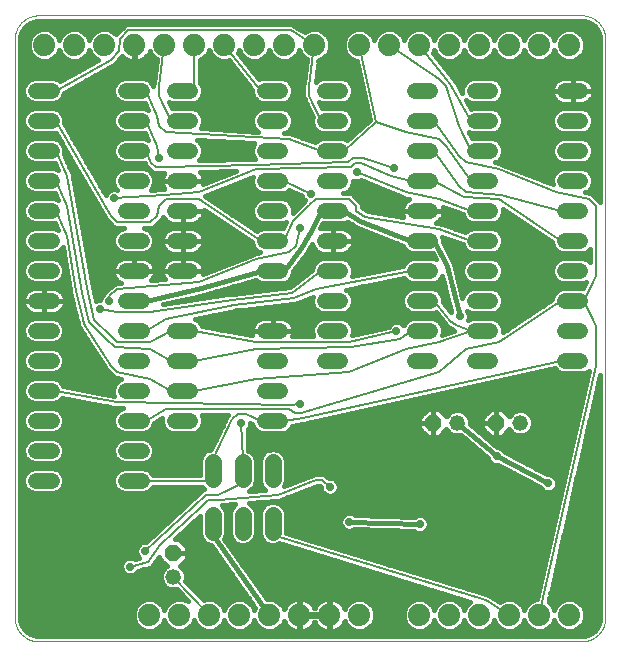
<source format=gbl>
G75*
%MOIN*%
%OFA0B0*%
%FSLAX25Y25*%
%IPPOS*%
%LPD*%
%AMOC8*
5,1,8,0,0,1.08239X$1,22.5*
%
%ADD10C,0.00004*%
%ADD11C,0.05200*%
%ADD12C,0.07400*%
%ADD13C,0.05600*%
%ADD14OC8,0.05628*%
%ADD15C,0.05200*%
%ADD16C,0.01600*%
%ADD17C,0.00800*%
%ADD18C,0.02775*%
D10*
X0092644Y0010874D02*
X0092644Y0203787D01*
X0092646Y0203977D01*
X0092653Y0204167D01*
X0092665Y0204357D01*
X0092681Y0204547D01*
X0092701Y0204736D01*
X0092727Y0204925D01*
X0092756Y0205113D01*
X0092791Y0205300D01*
X0092830Y0205486D01*
X0092873Y0205671D01*
X0092921Y0205856D01*
X0092973Y0206039D01*
X0093029Y0206220D01*
X0093090Y0206400D01*
X0093156Y0206579D01*
X0093225Y0206756D01*
X0093299Y0206932D01*
X0093377Y0207105D01*
X0093460Y0207277D01*
X0093546Y0207446D01*
X0093636Y0207614D01*
X0093731Y0207779D01*
X0093829Y0207942D01*
X0093932Y0208102D01*
X0094038Y0208260D01*
X0094148Y0208415D01*
X0094261Y0208568D01*
X0094379Y0208718D01*
X0094500Y0208864D01*
X0094624Y0209008D01*
X0094752Y0209149D01*
X0094883Y0209287D01*
X0095018Y0209422D01*
X0095156Y0209553D01*
X0095297Y0209681D01*
X0095441Y0209805D01*
X0095587Y0209926D01*
X0095737Y0210044D01*
X0095890Y0210157D01*
X0096045Y0210267D01*
X0096203Y0210373D01*
X0096363Y0210476D01*
X0096526Y0210574D01*
X0096691Y0210669D01*
X0096859Y0210759D01*
X0097028Y0210845D01*
X0097200Y0210928D01*
X0097373Y0211006D01*
X0097549Y0211080D01*
X0097726Y0211149D01*
X0097905Y0211215D01*
X0098085Y0211276D01*
X0098266Y0211332D01*
X0098449Y0211384D01*
X0098634Y0211432D01*
X0098819Y0211475D01*
X0099005Y0211514D01*
X0099192Y0211549D01*
X0099380Y0211578D01*
X0099569Y0211604D01*
X0099758Y0211624D01*
X0099948Y0211640D01*
X0100138Y0211652D01*
X0100328Y0211659D01*
X0100518Y0211661D01*
X0281620Y0211661D01*
X0281810Y0211659D01*
X0282000Y0211652D01*
X0282190Y0211640D01*
X0282380Y0211624D01*
X0282569Y0211604D01*
X0282758Y0211578D01*
X0282946Y0211549D01*
X0283133Y0211514D01*
X0283319Y0211475D01*
X0283504Y0211432D01*
X0283689Y0211384D01*
X0283872Y0211332D01*
X0284053Y0211276D01*
X0284233Y0211215D01*
X0284412Y0211149D01*
X0284589Y0211080D01*
X0284765Y0211006D01*
X0284938Y0210928D01*
X0285110Y0210845D01*
X0285279Y0210759D01*
X0285447Y0210669D01*
X0285612Y0210574D01*
X0285775Y0210476D01*
X0285935Y0210373D01*
X0286093Y0210267D01*
X0286248Y0210157D01*
X0286401Y0210044D01*
X0286551Y0209926D01*
X0286697Y0209805D01*
X0286841Y0209681D01*
X0286982Y0209553D01*
X0287120Y0209422D01*
X0287255Y0209287D01*
X0287386Y0209149D01*
X0287514Y0209008D01*
X0287638Y0208864D01*
X0287759Y0208718D01*
X0287877Y0208568D01*
X0287990Y0208415D01*
X0288100Y0208260D01*
X0288206Y0208102D01*
X0288309Y0207942D01*
X0288407Y0207779D01*
X0288502Y0207614D01*
X0288592Y0207446D01*
X0288678Y0207277D01*
X0288761Y0207105D01*
X0288839Y0206932D01*
X0288913Y0206756D01*
X0288982Y0206579D01*
X0289048Y0206400D01*
X0289109Y0206220D01*
X0289165Y0206039D01*
X0289217Y0205856D01*
X0289265Y0205671D01*
X0289308Y0205486D01*
X0289347Y0205300D01*
X0289382Y0205113D01*
X0289411Y0204925D01*
X0289437Y0204736D01*
X0289457Y0204547D01*
X0289473Y0204357D01*
X0289485Y0204167D01*
X0289492Y0203977D01*
X0289494Y0203787D01*
X0289494Y0010874D01*
X0289492Y0010684D01*
X0289485Y0010494D01*
X0289473Y0010304D01*
X0289457Y0010114D01*
X0289437Y0009925D01*
X0289411Y0009736D01*
X0289382Y0009548D01*
X0289347Y0009361D01*
X0289308Y0009175D01*
X0289265Y0008990D01*
X0289217Y0008805D01*
X0289165Y0008622D01*
X0289109Y0008441D01*
X0289048Y0008261D01*
X0288982Y0008082D01*
X0288913Y0007905D01*
X0288839Y0007729D01*
X0288761Y0007556D01*
X0288678Y0007384D01*
X0288592Y0007215D01*
X0288502Y0007047D01*
X0288407Y0006882D01*
X0288309Y0006719D01*
X0288206Y0006559D01*
X0288100Y0006401D01*
X0287990Y0006246D01*
X0287877Y0006093D01*
X0287759Y0005943D01*
X0287638Y0005797D01*
X0287514Y0005653D01*
X0287386Y0005512D01*
X0287255Y0005374D01*
X0287120Y0005239D01*
X0286982Y0005108D01*
X0286841Y0004980D01*
X0286697Y0004856D01*
X0286551Y0004735D01*
X0286401Y0004617D01*
X0286248Y0004504D01*
X0286093Y0004394D01*
X0285935Y0004288D01*
X0285775Y0004185D01*
X0285612Y0004087D01*
X0285447Y0003992D01*
X0285279Y0003902D01*
X0285110Y0003816D01*
X0284938Y0003733D01*
X0284765Y0003655D01*
X0284589Y0003581D01*
X0284412Y0003512D01*
X0284233Y0003446D01*
X0284053Y0003385D01*
X0283872Y0003329D01*
X0283689Y0003277D01*
X0283504Y0003229D01*
X0283319Y0003186D01*
X0283133Y0003147D01*
X0282946Y0003112D01*
X0282758Y0003083D01*
X0282569Y0003057D01*
X0282380Y0003037D01*
X0282190Y0003021D01*
X0282000Y0003009D01*
X0281810Y0003002D01*
X0281620Y0003000D01*
X0100518Y0003000D01*
X0100328Y0003002D01*
X0100138Y0003009D01*
X0099948Y0003021D01*
X0099758Y0003037D01*
X0099569Y0003057D01*
X0099380Y0003083D01*
X0099192Y0003112D01*
X0099005Y0003147D01*
X0098819Y0003186D01*
X0098634Y0003229D01*
X0098449Y0003277D01*
X0098266Y0003329D01*
X0098085Y0003385D01*
X0097905Y0003446D01*
X0097726Y0003512D01*
X0097549Y0003581D01*
X0097373Y0003655D01*
X0097200Y0003733D01*
X0097028Y0003816D01*
X0096859Y0003902D01*
X0096691Y0003992D01*
X0096526Y0004087D01*
X0096363Y0004185D01*
X0096203Y0004288D01*
X0096045Y0004394D01*
X0095890Y0004504D01*
X0095737Y0004617D01*
X0095587Y0004735D01*
X0095441Y0004856D01*
X0095297Y0004980D01*
X0095156Y0005108D01*
X0095018Y0005239D01*
X0094883Y0005374D01*
X0094752Y0005512D01*
X0094624Y0005653D01*
X0094500Y0005797D01*
X0094379Y0005943D01*
X0094261Y0006093D01*
X0094148Y0006246D01*
X0094038Y0006401D01*
X0093932Y0006559D01*
X0093829Y0006719D01*
X0093731Y0006882D01*
X0093636Y0007047D01*
X0093546Y0007215D01*
X0093460Y0007384D01*
X0093377Y0007556D01*
X0093299Y0007729D01*
X0093225Y0007905D01*
X0093156Y0008082D01*
X0093090Y0008261D01*
X0093029Y0008441D01*
X0092973Y0008622D01*
X0092921Y0008805D01*
X0092873Y0008990D01*
X0092830Y0009175D01*
X0092791Y0009361D01*
X0092756Y0009548D01*
X0092727Y0009736D01*
X0092701Y0009925D01*
X0092681Y0010114D01*
X0092665Y0010304D01*
X0092653Y0010494D01*
X0092646Y0010684D01*
X0092644Y0010874D01*
D11*
X0099729Y0056515D02*
X0104929Y0056515D01*
X0104929Y0066515D02*
X0099729Y0066515D01*
X0099729Y0076515D02*
X0104929Y0076515D01*
X0104929Y0086515D02*
X0099729Y0086515D01*
X0099729Y0096515D02*
X0104929Y0096515D01*
X0104929Y0106515D02*
X0099729Y0106515D01*
X0099729Y0116515D02*
X0104929Y0116515D01*
X0104929Y0126515D02*
X0099729Y0126515D01*
X0099729Y0136515D02*
X0104929Y0136515D01*
X0104929Y0146515D02*
X0099729Y0146515D01*
X0099729Y0156515D02*
X0104929Y0156515D01*
X0104929Y0166515D02*
X0099729Y0166515D01*
X0099729Y0176515D02*
X0104929Y0176515D01*
X0104929Y0186515D02*
X0099729Y0186515D01*
X0129729Y0186515D02*
X0134929Y0186515D01*
X0145989Y0186500D02*
X0151189Y0186500D01*
X0151189Y0176500D02*
X0145989Y0176500D01*
X0134929Y0176515D02*
X0129729Y0176515D01*
X0129729Y0166515D02*
X0134929Y0166515D01*
X0134929Y0156515D02*
X0129729Y0156515D01*
X0129729Y0146515D02*
X0134929Y0146515D01*
X0145989Y0146500D02*
X0151189Y0146500D01*
X0151189Y0136500D02*
X0145989Y0136500D01*
X0145989Y0126500D02*
X0151189Y0126500D01*
X0134929Y0126515D02*
X0129729Y0126515D01*
X0129729Y0136515D02*
X0134929Y0136515D01*
X0134929Y0116515D02*
X0129729Y0116515D01*
X0129729Y0106515D02*
X0134929Y0106515D01*
X0145989Y0106500D02*
X0151189Y0106500D01*
X0151189Y0096500D02*
X0145989Y0096500D01*
X0134929Y0096515D02*
X0129729Y0096515D01*
X0129729Y0086515D02*
X0134929Y0086515D01*
X0134929Y0076515D02*
X0129729Y0076515D01*
X0129729Y0066515D02*
X0134929Y0066515D01*
X0134929Y0056515D02*
X0129729Y0056515D01*
X0145989Y0076500D02*
X0151189Y0076500D01*
X0151189Y0086500D02*
X0145989Y0086500D01*
X0175989Y0086500D02*
X0181189Y0086500D01*
X0181189Y0076500D02*
X0175989Y0076500D01*
X0175989Y0096500D02*
X0181189Y0096500D01*
X0181189Y0106500D02*
X0175989Y0106500D01*
X0195989Y0106500D02*
X0201189Y0106500D01*
X0201189Y0116500D02*
X0195989Y0116500D01*
X0195989Y0126500D02*
X0201189Y0126500D01*
X0201189Y0136500D02*
X0195989Y0136500D01*
X0195989Y0146500D02*
X0201189Y0146500D01*
X0201189Y0156500D02*
X0195989Y0156500D01*
X0195989Y0166500D02*
X0201189Y0166500D01*
X0201189Y0176500D02*
X0195989Y0176500D01*
X0195989Y0186500D02*
X0201189Y0186500D01*
X0181189Y0186500D02*
X0175989Y0186500D01*
X0175989Y0176500D02*
X0181189Y0176500D01*
X0181189Y0166500D02*
X0175989Y0166500D01*
X0175989Y0156500D02*
X0181189Y0156500D01*
X0181189Y0146500D02*
X0175989Y0146500D01*
X0175989Y0136500D02*
X0181189Y0136500D01*
X0181189Y0126500D02*
X0175989Y0126500D01*
X0195989Y0096500D02*
X0201189Y0096500D01*
X0225989Y0096500D02*
X0231189Y0096500D01*
X0231189Y0106500D02*
X0225989Y0106500D01*
X0225989Y0116500D02*
X0231189Y0116500D01*
X0231189Y0126500D02*
X0225989Y0126500D01*
X0225989Y0136500D02*
X0231189Y0136500D01*
X0231189Y0146500D02*
X0225989Y0146500D01*
X0225989Y0156500D02*
X0231189Y0156500D01*
X0231189Y0166500D02*
X0225989Y0166500D01*
X0225989Y0176500D02*
X0231189Y0176500D01*
X0231189Y0186500D02*
X0225989Y0186500D01*
X0245989Y0186500D02*
X0251189Y0186500D01*
X0251189Y0176500D02*
X0245989Y0176500D01*
X0245989Y0166500D02*
X0251189Y0166500D01*
X0251189Y0156500D02*
X0245989Y0156500D01*
X0245989Y0146500D02*
X0251189Y0146500D01*
X0251189Y0136500D02*
X0245989Y0136500D01*
X0245989Y0126500D02*
X0251189Y0126500D01*
X0251189Y0116500D02*
X0245989Y0116500D01*
X0245989Y0106500D02*
X0251189Y0106500D01*
X0251189Y0096500D02*
X0245989Y0096500D01*
X0275989Y0096500D02*
X0281189Y0096500D01*
X0281189Y0106500D02*
X0275989Y0106500D01*
X0275989Y0116500D02*
X0281189Y0116500D01*
X0281189Y0126500D02*
X0275989Y0126500D01*
X0275989Y0136500D02*
X0281189Y0136500D01*
X0281189Y0146500D02*
X0275989Y0146500D01*
X0275989Y0156500D02*
X0281189Y0156500D01*
X0281189Y0166500D02*
X0275989Y0166500D01*
X0275989Y0176500D02*
X0281189Y0176500D01*
X0281189Y0186500D02*
X0275989Y0186500D01*
X0151189Y0166500D02*
X0145989Y0166500D01*
X0145989Y0156500D02*
X0151189Y0156500D01*
D12*
X0152524Y0201785D03*
X0162524Y0201785D03*
X0172524Y0201785D03*
X0182524Y0201785D03*
X0192524Y0201785D03*
X0207524Y0201785D03*
X0217524Y0201785D03*
X0227524Y0201785D03*
X0237524Y0201785D03*
X0247524Y0201785D03*
X0257524Y0201785D03*
X0267524Y0201785D03*
X0277524Y0201785D03*
X0142524Y0201785D03*
X0132524Y0201785D03*
X0122524Y0201785D03*
X0112524Y0201785D03*
X0102524Y0201785D03*
X0137524Y0011785D03*
X0147524Y0011785D03*
X0157524Y0011785D03*
X0167524Y0011785D03*
X0177524Y0011785D03*
X0187524Y0011785D03*
X0197524Y0011785D03*
X0207524Y0011785D03*
X0227524Y0011785D03*
X0237524Y0011785D03*
X0247524Y0011785D03*
X0257524Y0011785D03*
X0267524Y0011785D03*
X0277524Y0011785D03*
D13*
X0178644Y0039515D02*
X0178644Y0045115D01*
X0168644Y0045115D02*
X0168644Y0039515D01*
X0158644Y0039515D02*
X0158644Y0045115D01*
X0158644Y0057015D02*
X0158644Y0062615D01*
X0168644Y0062615D02*
X0168644Y0057015D01*
X0178644Y0057015D02*
X0178644Y0062615D01*
D14*
X0145459Y0032500D03*
X0232144Y0075815D03*
X0253144Y0075815D03*
D15*
X0261144Y0075815D03*
X0240144Y0075815D03*
X0145459Y0024500D03*
D16*
X0149461Y0023187D02*
X0149659Y0023665D01*
X0149659Y0025335D01*
X0149020Y0026879D01*
X0147838Y0028061D01*
X0147631Y0028147D01*
X0150073Y0030589D01*
X0150073Y0032500D01*
X0150073Y0034411D01*
X0147370Y0037114D01*
X0146218Y0037114D01*
X0154244Y0044767D01*
X0154244Y0038640D01*
X0154914Y0037023D01*
X0156152Y0035785D01*
X0157769Y0035115D01*
X0158017Y0035115D01*
X0172816Y0014270D01*
X0172524Y0013563D01*
X0172017Y0014787D01*
X0170526Y0016278D01*
X0168578Y0017085D01*
X0166469Y0017085D01*
X0164521Y0016278D01*
X0163030Y0014787D01*
X0162524Y0013563D01*
X0162017Y0014787D01*
X0160526Y0016278D01*
X0158578Y0017085D01*
X0156469Y0017085D01*
X0155595Y0016723D01*
X0149461Y0023187D01*
X0149659Y0023781D02*
X0166064Y0023781D01*
X0164929Y0025379D02*
X0149641Y0025379D01*
X0148921Y0026978D02*
X0163794Y0026978D01*
X0162659Y0028576D02*
X0148060Y0028576D01*
X0149659Y0030175D02*
X0161525Y0030175D01*
X0160390Y0031773D02*
X0150073Y0031773D01*
X0150073Y0032500D02*
X0145459Y0032500D01*
X0150073Y0032500D01*
X0150073Y0033372D02*
X0159255Y0033372D01*
X0158120Y0034970D02*
X0149514Y0034970D01*
X0147915Y0036569D02*
X0155368Y0036569D01*
X0154440Y0038167D02*
X0147323Y0038167D01*
X0148999Y0039766D02*
X0154244Y0039766D01*
X0154244Y0041364D02*
X0150676Y0041364D01*
X0152352Y0042963D02*
X0154244Y0042963D01*
X0154244Y0044561D02*
X0154029Y0044561D01*
X0158644Y0042315D02*
X0158644Y0038378D01*
X0177524Y0011785D01*
X0182409Y0013841D02*
X0182017Y0014787D01*
X0180526Y0016278D01*
X0178578Y0017085D01*
X0176704Y0017085D01*
X0162439Y0037179D01*
X0163044Y0038640D01*
X0163044Y0045990D01*
X0162374Y0047607D01*
X0161684Y0048297D01*
X0161728Y0048341D01*
X0165999Y0048693D01*
X0164914Y0047607D01*
X0164244Y0045990D01*
X0164244Y0038640D01*
X0164914Y0037023D01*
X0166152Y0035785D01*
X0167769Y0035115D01*
X0169519Y0035115D01*
X0171136Y0035785D01*
X0172374Y0037023D01*
X0173044Y0038640D01*
X0173044Y0045990D01*
X0172374Y0047607D01*
X0171136Y0048845D01*
X0170592Y0049071D01*
X0179960Y0049841D01*
X0180253Y0049712D01*
X0180755Y0049907D01*
X0181291Y0049951D01*
X0181499Y0050195D01*
X0193388Y0054810D01*
X0194375Y0054810D01*
X0194658Y0054552D01*
X0194658Y0053939D01*
X0195113Y0052841D01*
X0195953Y0052000D01*
X0197051Y0051546D01*
X0198240Y0051546D01*
X0199337Y0052000D01*
X0200178Y0052841D01*
X0200633Y0053939D01*
X0200633Y0055127D01*
X0200178Y0056225D01*
X0199337Y0057066D01*
X0198240Y0057520D01*
X0197339Y0057520D01*
X0196532Y0058257D01*
X0195978Y0058810D01*
X0195925Y0058810D01*
X0195886Y0058846D01*
X0195104Y0058810D01*
X0193434Y0058810D01*
X0193062Y0058974D01*
X0192638Y0058810D01*
X0192185Y0058810D01*
X0191897Y0058522D01*
X0182524Y0054884D01*
X0183044Y0056140D01*
X0183044Y0063490D01*
X0182374Y0065107D01*
X0181136Y0066345D01*
X0179519Y0067015D01*
X0177769Y0067015D01*
X0176152Y0066345D01*
X0174914Y0065107D01*
X0174244Y0063490D01*
X0174244Y0056140D01*
X0174914Y0054523D01*
X0175915Y0053522D01*
X0170667Y0053090D01*
X0171136Y0053285D01*
X0172374Y0054523D01*
X0173044Y0056140D01*
X0173044Y0063490D01*
X0172374Y0065107D01*
X0171136Y0066345D01*
X0170525Y0066598D01*
X0170225Y0073651D01*
X0170665Y0074092D01*
X0171120Y0075190D01*
X0171120Y0075861D01*
X0171838Y0075547D01*
X0172428Y0074121D01*
X0173610Y0072939D01*
X0175154Y0072300D01*
X0182024Y0072300D01*
X0183568Y0072939D01*
X0184750Y0074121D01*
X0185063Y0074878D01*
X0188382Y0075406D01*
X0188441Y0075369D01*
X0189191Y0075535D01*
X0189950Y0075656D01*
X0189990Y0075712D01*
X0272561Y0093989D01*
X0273610Y0092939D01*
X0275154Y0092300D01*
X0282024Y0092300D01*
X0283568Y0092939D01*
X0283904Y0093276D01*
X0266672Y0017085D01*
X0266469Y0017085D01*
X0264521Y0016278D01*
X0263030Y0014787D01*
X0262524Y0013563D01*
X0262017Y0014787D01*
X0260526Y0016278D01*
X0258578Y0017085D01*
X0256469Y0017085D01*
X0254521Y0016278D01*
X0254337Y0016093D01*
X0251065Y0018105D01*
X0250931Y0018357D01*
X0250384Y0018524D01*
X0249896Y0018824D01*
X0249619Y0018758D01*
X0183044Y0039123D01*
X0183044Y0045990D01*
X0182374Y0047607D01*
X0181136Y0048845D01*
X0179519Y0049515D01*
X0177769Y0049515D01*
X0176152Y0048845D01*
X0174914Y0047607D01*
X0174244Y0045990D01*
X0174244Y0038640D01*
X0174914Y0037023D01*
X0176152Y0035785D01*
X0177769Y0035115D01*
X0179519Y0035115D01*
X0180774Y0035635D01*
X0244412Y0016168D01*
X0243030Y0014787D01*
X0242524Y0013563D01*
X0242017Y0014787D01*
X0240526Y0016278D01*
X0238578Y0017085D01*
X0236469Y0017085D01*
X0234521Y0016278D01*
X0233030Y0014787D01*
X0232524Y0013563D01*
X0232017Y0014787D01*
X0230526Y0016278D01*
X0228578Y0017085D01*
X0226469Y0017085D01*
X0224521Y0016278D01*
X0223030Y0014787D01*
X0222224Y0012839D01*
X0222224Y0010730D01*
X0223030Y0008782D01*
X0224521Y0007292D01*
X0226469Y0006485D01*
X0228578Y0006485D01*
X0230526Y0007292D01*
X0232017Y0008782D01*
X0232524Y0010006D01*
X0233030Y0008782D01*
X0234521Y0007292D01*
X0236469Y0006485D01*
X0238578Y0006485D01*
X0240526Y0007292D01*
X0242017Y0008782D01*
X0242524Y0010006D01*
X0243030Y0008782D01*
X0244521Y0007292D01*
X0246469Y0006485D01*
X0248578Y0006485D01*
X0250526Y0007292D01*
X0252017Y0008782D01*
X0252524Y0010006D01*
X0253030Y0008782D01*
X0254521Y0007292D01*
X0256469Y0006485D01*
X0258578Y0006485D01*
X0260526Y0007292D01*
X0262017Y0008782D01*
X0262524Y0010006D01*
X0263030Y0008782D01*
X0264521Y0007292D01*
X0266469Y0006485D01*
X0268578Y0006485D01*
X0270526Y0007292D01*
X0272017Y0008782D01*
X0272524Y0010006D01*
X0273030Y0008782D01*
X0274521Y0007292D01*
X0276469Y0006485D01*
X0278578Y0006485D01*
X0280526Y0007292D01*
X0282017Y0008782D01*
X0282824Y0010730D01*
X0282824Y0012839D01*
X0282017Y0014787D01*
X0280526Y0016278D01*
X0278578Y0017085D01*
X0276469Y0017085D01*
X0274521Y0016278D01*
X0273030Y0014787D01*
X0272524Y0013563D01*
X0272017Y0014787D01*
X0270578Y0016225D01*
X0287693Y0091892D01*
X0287693Y0010874D01*
X0287618Y0009924D01*
X0287031Y0008117D01*
X0285914Y0006580D01*
X0284377Y0005464D01*
X0282570Y0004877D01*
X0281620Y0004802D01*
X0100518Y0004802D01*
X0099568Y0004877D01*
X0097761Y0005464D01*
X0096225Y0006580D01*
X0095108Y0008117D01*
X0094521Y0009924D01*
X0094446Y0010874D01*
X0094446Y0203787D01*
X0094521Y0204737D01*
X0095108Y0206544D01*
X0096225Y0208081D01*
X0097761Y0209198D01*
X0099568Y0209785D01*
X0100518Y0209859D01*
X0281620Y0209859D01*
X0282570Y0209785D01*
X0284377Y0209198D01*
X0285914Y0208081D01*
X0287031Y0206544D01*
X0287618Y0204737D01*
X0287693Y0203787D01*
X0287693Y0149539D01*
X0287156Y0150075D01*
X0285667Y0151564D01*
X0285335Y0152080D01*
X0285100Y0152132D01*
X0284929Y0152302D01*
X0284316Y0152302D01*
X0282816Y0152628D01*
X0283568Y0152939D01*
X0284750Y0154121D01*
X0285389Y0155665D01*
X0285389Y0157335D01*
X0284750Y0158879D01*
X0283568Y0160061D01*
X0282024Y0160700D01*
X0275154Y0160700D01*
X0273610Y0160061D01*
X0272428Y0158879D01*
X0271789Y0157335D01*
X0271789Y0155665D01*
X0271936Y0155310D01*
X0255438Y0161921D01*
X0255335Y0162080D01*
X0254689Y0162221D01*
X0254076Y0162467D01*
X0253901Y0162392D01*
X0252816Y0162628D01*
X0253568Y0162939D01*
X0254750Y0164121D01*
X0255389Y0165665D01*
X0255389Y0167335D01*
X0254750Y0168879D01*
X0253568Y0170061D01*
X0252024Y0170700D01*
X0245154Y0170700D01*
X0244983Y0170629D01*
X0244016Y0172771D01*
X0245154Y0172300D01*
X0252024Y0172300D01*
X0253568Y0172939D01*
X0254750Y0174121D01*
X0255389Y0175665D01*
X0255389Y0177335D01*
X0254750Y0178879D01*
X0253568Y0180061D01*
X0252024Y0180700D01*
X0245154Y0180700D01*
X0244718Y0180520D01*
X0243105Y0183445D01*
X0243610Y0182939D01*
X0245154Y0182300D01*
X0252024Y0182300D01*
X0253568Y0182939D01*
X0254750Y0184121D01*
X0255389Y0185665D01*
X0255389Y0187335D01*
X0254750Y0188879D01*
X0253568Y0190061D01*
X0252024Y0190700D01*
X0245154Y0190700D01*
X0243610Y0190061D01*
X0242428Y0188879D01*
X0241789Y0187335D01*
X0241789Y0185829D01*
X0239922Y0189214D01*
X0239943Y0189404D01*
X0239532Y0189920D01*
X0239214Y0190497D01*
X0239030Y0190550D01*
X0232173Y0199159D01*
X0232524Y0200006D01*
X0233030Y0198782D01*
X0234521Y0197292D01*
X0236469Y0196485D01*
X0238578Y0196485D01*
X0240526Y0197292D01*
X0242017Y0198782D01*
X0242524Y0200006D01*
X0243030Y0198782D01*
X0244521Y0197292D01*
X0246469Y0196485D01*
X0248578Y0196485D01*
X0250526Y0197292D01*
X0252017Y0198782D01*
X0252524Y0200006D01*
X0253030Y0198782D01*
X0254521Y0197292D01*
X0256469Y0196485D01*
X0258578Y0196485D01*
X0260526Y0197292D01*
X0262017Y0198782D01*
X0262524Y0200006D01*
X0263030Y0198782D01*
X0264521Y0197292D01*
X0266469Y0196485D01*
X0268578Y0196485D01*
X0270526Y0197292D01*
X0272017Y0198782D01*
X0272524Y0200006D01*
X0273030Y0198782D01*
X0274521Y0197292D01*
X0276469Y0196485D01*
X0278578Y0196485D01*
X0280526Y0197292D01*
X0282017Y0198782D01*
X0282824Y0200730D01*
X0282824Y0202839D01*
X0282017Y0204787D01*
X0280526Y0206278D01*
X0278578Y0207085D01*
X0276469Y0207085D01*
X0274521Y0206278D01*
X0273030Y0204787D01*
X0272524Y0203563D01*
X0272017Y0204787D01*
X0270526Y0206278D01*
X0268578Y0207085D01*
X0266469Y0207085D01*
X0264521Y0206278D01*
X0263030Y0204787D01*
X0262524Y0203563D01*
X0262017Y0204787D01*
X0260526Y0206278D01*
X0258578Y0207085D01*
X0256469Y0207085D01*
X0254521Y0206278D01*
X0253030Y0204787D01*
X0252524Y0203563D01*
X0252017Y0204787D01*
X0250526Y0206278D01*
X0248578Y0207085D01*
X0246469Y0207085D01*
X0244521Y0206278D01*
X0243030Y0204787D01*
X0242524Y0203563D01*
X0242017Y0204787D01*
X0240526Y0206278D01*
X0238578Y0207085D01*
X0236469Y0207085D01*
X0234521Y0206278D01*
X0233030Y0204787D01*
X0232524Y0203563D01*
X0232017Y0204787D01*
X0230526Y0206278D01*
X0228578Y0207085D01*
X0226469Y0207085D01*
X0224521Y0206278D01*
X0223030Y0204787D01*
X0222524Y0203563D01*
X0222017Y0204787D01*
X0220526Y0206278D01*
X0218578Y0207085D01*
X0216469Y0207085D01*
X0214521Y0206278D01*
X0213030Y0204787D01*
X0212524Y0203563D01*
X0212017Y0204787D01*
X0210526Y0206278D01*
X0208578Y0207085D01*
X0206469Y0207085D01*
X0204521Y0206278D01*
X0203030Y0204787D01*
X0202224Y0202839D01*
X0202224Y0200730D01*
X0203030Y0198782D01*
X0204521Y0197292D01*
X0206469Y0196485D01*
X0206637Y0196485D01*
X0210934Y0176873D01*
X0203496Y0170091D01*
X0202024Y0170700D01*
X0195154Y0170700D01*
X0193610Y0170061D01*
X0192831Y0169282D01*
X0185257Y0172011D01*
X0185044Y0172250D01*
X0184506Y0172282D01*
X0183999Y0172464D01*
X0183710Y0172328D01*
X0182292Y0172411D01*
X0183568Y0172939D01*
X0184750Y0174121D01*
X0185389Y0175665D01*
X0185389Y0177335D01*
X0184750Y0178879D01*
X0183568Y0180061D01*
X0182024Y0180700D01*
X0175154Y0180700D01*
X0173610Y0180061D01*
X0172428Y0178879D01*
X0171789Y0177335D01*
X0171789Y0175665D01*
X0172428Y0174121D01*
X0173610Y0172939D01*
X0173670Y0172915D01*
X0154654Y0174025D01*
X0154750Y0174121D01*
X0155389Y0175665D01*
X0155389Y0177335D01*
X0154750Y0178879D01*
X0153568Y0180061D01*
X0152024Y0180700D01*
X0145154Y0180700D01*
X0144983Y0180629D01*
X0144016Y0182771D01*
X0145154Y0182300D01*
X0152024Y0182300D01*
X0153568Y0182939D01*
X0154750Y0184121D01*
X0155389Y0185665D01*
X0155389Y0187335D01*
X0154750Y0188879D01*
X0154524Y0189105D01*
X0154524Y0196876D01*
X0155526Y0197292D01*
X0157017Y0198782D01*
X0157524Y0200006D01*
X0158030Y0198782D01*
X0159521Y0197292D01*
X0161469Y0196485D01*
X0163578Y0196485D01*
X0164028Y0196671D01*
X0171789Y0186890D01*
X0171789Y0185665D01*
X0172428Y0184121D01*
X0173610Y0182939D01*
X0175154Y0182300D01*
X0182024Y0182300D01*
X0183568Y0182939D01*
X0184750Y0184121D01*
X0185389Y0185665D01*
X0185389Y0187335D01*
X0184750Y0188879D01*
X0183568Y0190061D01*
X0182024Y0190700D01*
X0175154Y0190700D01*
X0174189Y0190301D01*
X0167168Y0199149D01*
X0167524Y0200006D01*
X0168030Y0198782D01*
X0169521Y0197292D01*
X0171469Y0196485D01*
X0173578Y0196485D01*
X0175526Y0197292D01*
X0177017Y0198782D01*
X0177524Y0200006D01*
X0178030Y0198782D01*
X0179521Y0197292D01*
X0181469Y0196485D01*
X0183578Y0196485D01*
X0185526Y0197292D01*
X0187017Y0198782D01*
X0187524Y0200006D01*
X0188030Y0198782D01*
X0189521Y0197292D01*
X0189939Y0197118D01*
X0188948Y0189002D01*
X0188850Y0188903D01*
X0188850Y0188196D01*
X0188764Y0187495D01*
X0188850Y0187385D01*
X0188850Y0185291D01*
X0188686Y0184858D01*
X0188850Y0184495D01*
X0188850Y0184097D01*
X0189177Y0183769D01*
X0191929Y0177673D01*
X0191789Y0177335D01*
X0191789Y0175665D01*
X0192428Y0174121D01*
X0193610Y0172939D01*
X0195154Y0172300D01*
X0202024Y0172300D01*
X0203568Y0172939D01*
X0204750Y0174121D01*
X0205389Y0175665D01*
X0205389Y0177335D01*
X0204750Y0178879D01*
X0203568Y0180061D01*
X0202024Y0180700D01*
X0195154Y0180700D01*
X0194983Y0180629D01*
X0194016Y0182771D01*
X0195154Y0182300D01*
X0202024Y0182300D01*
X0203568Y0182939D01*
X0204750Y0184121D01*
X0205389Y0185665D01*
X0205389Y0187335D01*
X0204750Y0188879D01*
X0203568Y0190061D01*
X0202024Y0190700D01*
X0195154Y0190700D01*
X0193610Y0190061D01*
X0193037Y0189488D01*
X0193908Y0196621D01*
X0195526Y0197292D01*
X0197017Y0198782D01*
X0197824Y0200730D01*
X0197824Y0202839D01*
X0197017Y0204787D01*
X0195526Y0206278D01*
X0193578Y0207085D01*
X0191469Y0207085D01*
X0189521Y0206278D01*
X0189337Y0206093D01*
X0185802Y0208267D01*
X0185382Y0208687D01*
X0185120Y0208687D01*
X0184896Y0208824D01*
X0184319Y0208687D01*
X0129665Y0208687D01*
X0126391Y0205413D01*
X0125526Y0206278D01*
X0123578Y0207085D01*
X0121469Y0207085D01*
X0119521Y0206278D01*
X0118030Y0204787D01*
X0117524Y0203563D01*
X0117017Y0204787D01*
X0115526Y0206278D01*
X0113578Y0207085D01*
X0111469Y0207085D01*
X0109521Y0206278D01*
X0108030Y0204787D01*
X0107524Y0203563D01*
X0107017Y0204787D01*
X0105526Y0206278D01*
X0103578Y0207085D01*
X0101469Y0207085D01*
X0099521Y0206278D01*
X0098030Y0204787D01*
X0097224Y0202839D01*
X0097224Y0200730D01*
X0098030Y0198782D01*
X0099521Y0197292D01*
X0101469Y0196485D01*
X0103578Y0196485D01*
X0105526Y0197292D01*
X0107017Y0198782D01*
X0107524Y0200006D01*
X0108030Y0198782D01*
X0109521Y0197292D01*
X0111469Y0196485D01*
X0113578Y0196485D01*
X0115526Y0197292D01*
X0117017Y0198782D01*
X0117524Y0200006D01*
X0118030Y0198782D01*
X0119521Y0197292D01*
X0120503Y0196885D01*
X0107736Y0189647D01*
X0107308Y0190076D01*
X0105765Y0190715D01*
X0098894Y0190715D01*
X0097350Y0190076D01*
X0096169Y0188894D01*
X0095529Y0187350D01*
X0095529Y0185680D01*
X0096169Y0184136D01*
X0097350Y0182954D01*
X0098894Y0182315D01*
X0105765Y0182315D01*
X0107308Y0182954D01*
X0108490Y0184136D01*
X0109129Y0185680D01*
X0109129Y0185839D01*
X0125081Y0194883D01*
X0125382Y0194883D01*
X0125776Y0195277D01*
X0126261Y0195551D01*
X0126341Y0195841D01*
X0128515Y0198015D01*
X0128941Y0197589D01*
X0129641Y0197081D01*
X0130412Y0196688D01*
X0131236Y0196420D01*
X0132091Y0196285D01*
X0132324Y0196285D01*
X0132324Y0201585D01*
X0132724Y0201585D01*
X0132724Y0196285D01*
X0132956Y0196285D01*
X0133812Y0196420D01*
X0134635Y0196688D01*
X0135406Y0197081D01*
X0136107Y0197589D01*
X0136719Y0198202D01*
X0137228Y0198902D01*
X0137621Y0199673D01*
X0137639Y0199729D01*
X0138030Y0198782D01*
X0139521Y0197292D01*
X0139939Y0197118D01*
X0138948Y0189002D01*
X0138850Y0188903D01*
X0138850Y0188196D01*
X0138834Y0188063D01*
X0138490Y0188894D01*
X0137308Y0190076D01*
X0135765Y0190715D01*
X0128894Y0190715D01*
X0127350Y0190076D01*
X0126169Y0188894D01*
X0125529Y0187350D01*
X0125529Y0185680D01*
X0126169Y0184136D01*
X0127350Y0182954D01*
X0128894Y0182315D01*
X0135765Y0182315D01*
X0135935Y0182386D01*
X0136902Y0180244D01*
X0135765Y0180715D01*
X0128894Y0180715D01*
X0127350Y0180076D01*
X0126169Y0178894D01*
X0125529Y0177350D01*
X0125529Y0175680D01*
X0126169Y0174136D01*
X0127350Y0172954D01*
X0128894Y0172315D01*
X0135765Y0172315D01*
X0135935Y0172386D01*
X0136902Y0170244D01*
X0135765Y0170715D01*
X0128894Y0170715D01*
X0127350Y0170076D01*
X0126169Y0168894D01*
X0125529Y0167350D01*
X0125529Y0165680D01*
X0126169Y0164136D01*
X0127350Y0162954D01*
X0128894Y0162315D01*
X0135765Y0162315D01*
X0135986Y0162407D01*
X0136110Y0162143D01*
X0136110Y0161761D01*
X0136449Y0161422D01*
X0136652Y0160989D01*
X0137012Y0160860D01*
X0137622Y0160250D01*
X0138793Y0159078D01*
X0140962Y0159078D01*
X0140984Y0159056D01*
X0141785Y0159078D01*
X0142423Y0159078D01*
X0142226Y0158806D01*
X0141911Y0158189D01*
X0141697Y0157530D01*
X0141589Y0156846D01*
X0141589Y0156500D01*
X0148589Y0156500D01*
X0155589Y0156500D01*
X0155589Y0156846D01*
X0155481Y0157530D01*
X0155267Y0158189D01*
X0154952Y0158806D01*
X0154545Y0159366D01*
X0154492Y0159419D01*
X0166288Y0159736D01*
X0155457Y0155396D01*
X0155481Y0155470D01*
X0155589Y0156154D01*
X0155589Y0156500D01*
X0148589Y0156500D01*
X0148589Y0156500D01*
X0148589Y0156500D01*
X0141589Y0156500D01*
X0141589Y0156154D01*
X0141697Y0155470D01*
X0141911Y0154811D01*
X0142226Y0154194D01*
X0142437Y0153904D01*
X0142371Y0153899D01*
X0141546Y0153843D01*
X0141545Y0153841D01*
X0137944Y0153590D01*
X0138490Y0154136D01*
X0139129Y0155680D01*
X0139129Y0157350D01*
X0138490Y0158894D01*
X0137308Y0160076D01*
X0135765Y0160715D01*
X0128894Y0160715D01*
X0127350Y0160076D01*
X0126169Y0158894D01*
X0125529Y0157350D01*
X0125529Y0155680D01*
X0126169Y0154136D01*
X0126726Y0153578D01*
X0126378Y0153722D01*
X0125190Y0153722D01*
X0124092Y0153268D01*
X0123251Y0152427D01*
X0122962Y0151730D01*
X0109102Y0175613D01*
X0109129Y0175680D01*
X0109129Y0177350D01*
X0108490Y0178894D01*
X0107308Y0180076D01*
X0105765Y0180715D01*
X0098894Y0180715D01*
X0097350Y0180076D01*
X0096169Y0178894D01*
X0095529Y0177350D01*
X0095529Y0175680D01*
X0096169Y0174136D01*
X0097350Y0172954D01*
X0098894Y0172315D01*
X0105765Y0172315D01*
X0106270Y0172524D01*
X0108220Y0169164D01*
X0107308Y0170076D01*
X0105765Y0170715D01*
X0098894Y0170715D01*
X0097350Y0170076D01*
X0096169Y0168894D01*
X0095529Y0167350D01*
X0095529Y0165680D01*
X0096169Y0164136D01*
X0097350Y0162954D01*
X0098894Y0162315D01*
X0105765Y0162315D01*
X0105935Y0162386D01*
X0106902Y0160244D01*
X0105765Y0160715D01*
X0098894Y0160715D01*
X0097350Y0160076D01*
X0096169Y0158894D01*
X0095529Y0157350D01*
X0095529Y0155680D01*
X0096169Y0154136D01*
X0097350Y0152954D01*
X0098894Y0152315D01*
X0105765Y0152315D01*
X0105935Y0152386D01*
X0106902Y0150244D01*
X0105765Y0150715D01*
X0098894Y0150715D01*
X0097350Y0150076D01*
X0096169Y0148894D01*
X0095529Y0147350D01*
X0095529Y0145680D01*
X0096169Y0144136D01*
X0097350Y0142954D01*
X0098894Y0142315D01*
X0105765Y0142315D01*
X0105935Y0142386D01*
X0106902Y0140244D01*
X0105765Y0140715D01*
X0098894Y0140715D01*
X0097350Y0140076D01*
X0096169Y0138894D01*
X0095529Y0137350D01*
X0095529Y0135680D01*
X0096169Y0134136D01*
X0097350Y0132954D01*
X0098894Y0132315D01*
X0105765Y0132315D01*
X0107308Y0132954D01*
X0108490Y0134136D01*
X0108630Y0134475D01*
X0110970Y0120106D01*
X0110925Y0120033D01*
X0111101Y0119299D01*
X0111222Y0118555D01*
X0111292Y0118505D01*
X0113130Y0110841D01*
X0113081Y0110740D01*
X0113320Y0110050D01*
X0113491Y0109340D01*
X0113587Y0109281D01*
X0113790Y0108695D01*
X0113733Y0108446D01*
X0114053Y0107938D01*
X0114249Y0107371D01*
X0114479Y0107260D01*
X0122590Y0094364D01*
X0122590Y0094112D01*
X0123017Y0093685D01*
X0123338Y0093174D01*
X0123584Y0093118D01*
X0125251Y0091451D01*
X0125583Y0090935D01*
X0125818Y0090883D01*
X0125989Y0090713D01*
X0126602Y0090713D01*
X0128102Y0090387D01*
X0127350Y0090076D01*
X0126169Y0088894D01*
X0125529Y0087350D01*
X0125529Y0085680D01*
X0125841Y0084928D01*
X0108829Y0088075D01*
X0108490Y0088894D01*
X0107308Y0090076D01*
X0105765Y0090715D01*
X0098894Y0090715D01*
X0097350Y0090076D01*
X0096169Y0088894D01*
X0095529Y0087350D01*
X0095529Y0085680D01*
X0096169Y0084136D01*
X0097350Y0082954D01*
X0098894Y0082315D01*
X0105765Y0082315D01*
X0107308Y0082954D01*
X0108434Y0084080D01*
X0125827Y0080862D01*
X0125961Y0080725D01*
X0126620Y0080716D01*
X0127268Y0080596D01*
X0127426Y0080704D01*
X0128820Y0080685D01*
X0127350Y0080076D01*
X0126169Y0078894D01*
X0125529Y0077350D01*
X0125529Y0075680D01*
X0126169Y0074136D01*
X0127350Y0072954D01*
X0128894Y0072315D01*
X0135765Y0072315D01*
X0137308Y0072954D01*
X0138490Y0074136D01*
X0139129Y0075680D01*
X0139129Y0075818D01*
X0141789Y0077297D01*
X0141789Y0075665D01*
X0142428Y0074121D01*
X0143610Y0072939D01*
X0145154Y0072300D01*
X0152024Y0072300D01*
X0153568Y0072939D01*
X0154750Y0074121D01*
X0155389Y0075665D01*
X0155389Y0077335D01*
X0154989Y0078302D01*
X0163588Y0078302D01*
X0163530Y0078184D01*
X0163201Y0077890D01*
X0163178Y0077470D01*
X0158023Y0067015D01*
X0157769Y0067015D01*
X0156152Y0066345D01*
X0154914Y0065107D01*
X0154244Y0063490D01*
X0154244Y0058515D01*
X0138647Y0058515D01*
X0138490Y0058894D01*
X0137308Y0060076D01*
X0135765Y0060715D01*
X0128894Y0060715D01*
X0127350Y0060076D01*
X0126169Y0058894D01*
X0125529Y0057350D01*
X0125529Y0055680D01*
X0126169Y0054136D01*
X0127350Y0052954D01*
X0128894Y0052315D01*
X0135765Y0052315D01*
X0137308Y0052954D01*
X0138490Y0054136D01*
X0138647Y0054515D01*
X0154922Y0054515D01*
X0155604Y0053833D01*
X0155557Y0053785D01*
X0155475Y0053789D01*
X0155129Y0053469D01*
X0154694Y0053288D01*
X0154545Y0052928D01*
X0136369Y0036115D01*
X0135491Y0036115D01*
X0134393Y0035661D01*
X0133552Y0034820D01*
X0133098Y0033722D01*
X0133098Y0032534D01*
X0133552Y0031436D01*
X0134167Y0030821D01*
X0132822Y0030462D01*
X0132813Y0030470D01*
X0131715Y0030925D01*
X0130527Y0030925D01*
X0129429Y0030470D01*
X0128589Y0029630D01*
X0128134Y0028532D01*
X0128134Y0027343D01*
X0128589Y0026245D01*
X0129429Y0025405D01*
X0130527Y0024950D01*
X0131715Y0024950D01*
X0132813Y0025405D01*
X0133654Y0026245D01*
X0133793Y0026581D01*
X0137568Y0027589D01*
X0138283Y0027701D01*
X0138354Y0027798D01*
X0138470Y0027829D01*
X0138832Y0028456D01*
X0140845Y0031221D01*
X0140845Y0030589D01*
X0143287Y0028147D01*
X0143080Y0028061D01*
X0141898Y0026879D01*
X0141259Y0025335D01*
X0141259Y0023665D01*
X0141898Y0022121D01*
X0143080Y0020939D01*
X0144624Y0020300D01*
X0146294Y0020300D01*
X0146576Y0020417D01*
X0150489Y0016293D01*
X0148578Y0017085D01*
X0146469Y0017085D01*
X0144521Y0016278D01*
X0143030Y0014787D01*
X0142524Y0013563D01*
X0142017Y0014787D01*
X0140526Y0016278D01*
X0138578Y0017085D01*
X0136469Y0017085D01*
X0134521Y0016278D01*
X0133030Y0014787D01*
X0132224Y0012839D01*
X0132224Y0010730D01*
X0133030Y0008782D01*
X0134521Y0007292D01*
X0136469Y0006485D01*
X0138578Y0006485D01*
X0140526Y0007292D01*
X0142017Y0008782D01*
X0142524Y0010006D01*
X0143030Y0008782D01*
X0144521Y0007292D01*
X0146469Y0006485D01*
X0148578Y0006485D01*
X0150526Y0007292D01*
X0152017Y0008782D01*
X0152524Y0010006D01*
X0153030Y0008782D01*
X0154521Y0007292D01*
X0156469Y0006485D01*
X0158578Y0006485D01*
X0160526Y0007292D01*
X0162017Y0008782D01*
X0162524Y0010006D01*
X0163030Y0008782D01*
X0164521Y0007292D01*
X0166469Y0006485D01*
X0168578Y0006485D01*
X0170526Y0007292D01*
X0172017Y0008782D01*
X0172524Y0010006D01*
X0173030Y0008782D01*
X0174521Y0007292D01*
X0176469Y0006485D01*
X0178578Y0006485D01*
X0180526Y0007292D01*
X0182017Y0008782D01*
X0182409Y0009729D01*
X0182427Y0009673D01*
X0182820Y0008902D01*
X0183328Y0008202D01*
X0183941Y0007589D01*
X0184641Y0007081D01*
X0185412Y0006688D01*
X0186236Y0006420D01*
X0187091Y0006285D01*
X0187324Y0006285D01*
X0187324Y0011585D01*
X0187724Y0011585D01*
X0187724Y0011985D01*
X0187324Y0011985D01*
X0187324Y0017285D01*
X0187091Y0017285D01*
X0186236Y0017149D01*
X0185412Y0016882D01*
X0184641Y0016489D01*
X0183941Y0015980D01*
X0183328Y0015368D01*
X0182820Y0014667D01*
X0182427Y0013896D01*
X0182409Y0013841D01*
X0182264Y0014190D02*
X0182576Y0014190D01*
X0183749Y0015788D02*
X0181015Y0015788D01*
X0176490Y0017387D02*
X0240429Y0017387D01*
X0241015Y0015788D02*
X0244032Y0015788D01*
X0242783Y0014190D02*
X0242264Y0014190D01*
X0242270Y0009394D02*
X0242777Y0009394D01*
X0244017Y0007796D02*
X0241030Y0007796D01*
X0234017Y0007796D02*
X0231030Y0007796D01*
X0232270Y0009394D02*
X0232777Y0009394D01*
X0232783Y0014190D02*
X0232264Y0014190D01*
X0231015Y0015788D02*
X0234032Y0015788D01*
X0235203Y0018985D02*
X0175355Y0018985D01*
X0174220Y0020584D02*
X0229977Y0020584D01*
X0233200Y0023781D02*
X0268186Y0023781D01*
X0268548Y0025379D02*
X0227975Y0025379D01*
X0224752Y0022182D02*
X0173085Y0022182D01*
X0171951Y0023781D02*
X0219526Y0023781D01*
X0214301Y0025379D02*
X0170816Y0025379D01*
X0169681Y0026978D02*
X0209075Y0026978D01*
X0212298Y0030175D02*
X0269632Y0030175D01*
X0269994Y0031773D02*
X0207072Y0031773D01*
X0203849Y0028576D02*
X0168546Y0028576D01*
X0167411Y0030175D02*
X0198624Y0030175D01*
X0201847Y0033372D02*
X0270356Y0033372D01*
X0270717Y0034970D02*
X0196621Y0034970D01*
X0193398Y0031773D02*
X0166276Y0031773D01*
X0165141Y0033372D02*
X0188173Y0033372D01*
X0191396Y0036569D02*
X0271079Y0036569D01*
X0271440Y0038167D02*
X0186170Y0038167D01*
X0183044Y0039766D02*
X0225576Y0039766D01*
X0225758Y0039760D02*
X0205923Y0040433D01*
X0205852Y0040362D01*
X0204754Y0039907D01*
X0203566Y0039907D01*
X0202468Y0040362D01*
X0201627Y0041202D01*
X0201172Y0042300D01*
X0201172Y0043489D01*
X0201627Y0044587D01*
X0202468Y0045427D01*
X0203566Y0045882D01*
X0204754Y0045882D01*
X0205852Y0045427D01*
X0206047Y0045232D01*
X0225882Y0044558D01*
X0225953Y0044629D01*
X0227051Y0045084D01*
X0228240Y0045084D01*
X0229337Y0044629D01*
X0230178Y0043789D01*
X0230633Y0042691D01*
X0230633Y0041503D01*
X0230178Y0040405D01*
X0229337Y0039564D01*
X0228240Y0039109D01*
X0227051Y0039109D01*
X0225953Y0039564D01*
X0225758Y0039760D01*
X0227645Y0042097D02*
X0204160Y0042894D01*
X0201172Y0042963D02*
X0183044Y0042963D01*
X0183044Y0044561D02*
X0201617Y0044561D01*
X0201560Y0041364D02*
X0183044Y0041364D01*
X0182974Y0046160D02*
X0273248Y0046160D01*
X0273609Y0047758D02*
X0182223Y0047758D01*
X0179901Y0049357D02*
X0273971Y0049357D01*
X0274333Y0050955D02*
X0183457Y0050955D01*
X0187575Y0052554D02*
X0195400Y0052554D01*
X0194658Y0054152D02*
X0191693Y0054152D01*
X0188875Y0057349D02*
X0183044Y0057349D01*
X0183044Y0058948D02*
X0192993Y0058948D01*
X0193122Y0058948D02*
X0259111Y0058948D01*
X0262124Y0057349D02*
X0198653Y0057349D01*
X0200374Y0055751D02*
X0265138Y0055751D01*
X0267757Y0054362D02*
X0267926Y0053953D01*
X0268767Y0053113D01*
X0269865Y0052658D01*
X0271053Y0052658D01*
X0272151Y0053113D01*
X0272992Y0053953D01*
X0273446Y0055051D01*
X0273446Y0056240D01*
X0272992Y0057337D01*
X0272151Y0058178D01*
X0271053Y0058633D01*
X0269949Y0058633D01*
X0256005Y0066028D01*
X0255836Y0066437D01*
X0254996Y0067277D01*
X0253898Y0067732D01*
X0253480Y0067732D01*
X0244344Y0075418D01*
X0244344Y0076650D01*
X0243705Y0078194D01*
X0242523Y0079376D01*
X0240980Y0080015D01*
X0239309Y0080015D01*
X0237765Y0079376D01*
X0236584Y0078194D01*
X0236498Y0077987D01*
X0234055Y0080429D01*
X0232144Y0080429D01*
X0230233Y0080429D01*
X0227530Y0077726D01*
X0227530Y0075815D01*
X0232144Y0075815D01*
X0232144Y0075815D01*
X0232144Y0080429D01*
X0232144Y0075815D01*
X0232144Y0075815D01*
X0227530Y0075815D01*
X0227530Y0073904D01*
X0230233Y0071201D01*
X0232144Y0071201D01*
X0232144Y0075815D01*
X0232144Y0075815D01*
X0232144Y0071201D01*
X0234055Y0071201D01*
X0236498Y0073643D01*
X0236584Y0073436D01*
X0237765Y0072254D01*
X0239309Y0071615D01*
X0240980Y0071615D01*
X0241267Y0071734D01*
X0250335Y0064106D01*
X0250771Y0063053D01*
X0251611Y0062212D01*
X0252709Y0061757D01*
X0253814Y0061757D01*
X0267757Y0054362D01*
X0267844Y0054152D02*
X0200633Y0054152D01*
X0199891Y0052554D02*
X0274694Y0052554D01*
X0275056Y0054152D02*
X0273074Y0054152D01*
X0273446Y0055751D02*
X0275417Y0055751D01*
X0275779Y0057349D02*
X0272980Y0057349D01*
X0270459Y0055645D02*
X0253304Y0064745D01*
X0240144Y0075815D01*
X0239016Y0071736D02*
X0234590Y0071736D01*
X0236189Y0073334D02*
X0236685Y0073334D01*
X0232144Y0073334D02*
X0232144Y0073334D01*
X0232144Y0071736D02*
X0232144Y0071736D01*
X0229698Y0071736D02*
X0170307Y0071736D01*
X0170374Y0070137D02*
X0243165Y0070137D01*
X0245065Y0068539D02*
X0170442Y0068539D01*
X0170510Y0066940D02*
X0177589Y0066940D01*
X0179699Y0066940D02*
X0246965Y0066940D01*
X0248866Y0065342D02*
X0182140Y0065342D01*
X0182939Y0063743D02*
X0250485Y0063743D01*
X0251774Y0062145D02*
X0183044Y0062145D01*
X0183044Y0060546D02*
X0256097Y0060546D01*
X0260313Y0063743D02*
X0277225Y0063743D01*
X0276863Y0062145D02*
X0263327Y0062145D01*
X0266341Y0060546D02*
X0276502Y0060546D01*
X0276140Y0058948D02*
X0269354Y0058948D01*
X0277586Y0065342D02*
X0257300Y0065342D01*
X0255333Y0066940D02*
X0277948Y0066940D01*
X0278310Y0068539D02*
X0252522Y0068539D01*
X0250621Y0070137D02*
X0278671Y0070137D01*
X0279033Y0071736D02*
X0262272Y0071736D01*
X0261980Y0071615D02*
X0263523Y0072254D01*
X0264705Y0073436D01*
X0265344Y0074980D01*
X0265344Y0076650D01*
X0264705Y0078194D01*
X0263523Y0079376D01*
X0261980Y0080015D01*
X0260309Y0080015D01*
X0258765Y0079376D01*
X0257584Y0078194D01*
X0257498Y0077987D01*
X0255055Y0080429D01*
X0253144Y0080429D01*
X0251233Y0080429D01*
X0248530Y0077726D01*
X0248530Y0075815D01*
X0253144Y0075815D01*
X0253144Y0075815D01*
X0253144Y0080429D01*
X0253144Y0075815D01*
X0253144Y0075815D01*
X0248530Y0075815D01*
X0248530Y0073904D01*
X0251233Y0071201D01*
X0253144Y0071201D01*
X0253144Y0075815D01*
X0253144Y0075815D01*
X0253144Y0071201D01*
X0255055Y0071201D01*
X0257498Y0073643D01*
X0257584Y0073436D01*
X0258765Y0072254D01*
X0260309Y0071615D01*
X0261980Y0071615D01*
X0260016Y0071736D02*
X0255590Y0071736D01*
X0257189Y0073334D02*
X0257685Y0073334D01*
X0253144Y0073334D02*
X0253144Y0073334D01*
X0253144Y0071736D02*
X0253144Y0071736D01*
X0250698Y0071736D02*
X0248721Y0071736D01*
X0249099Y0073334D02*
X0246821Y0073334D01*
X0248530Y0074933D02*
X0244921Y0074933D01*
X0244344Y0076532D02*
X0248530Y0076532D01*
X0248934Y0078130D02*
X0243731Y0078130D01*
X0241671Y0079729D02*
X0250533Y0079729D01*
X0253144Y0079729D02*
X0253144Y0079729D01*
X0253144Y0078130D02*
X0253144Y0078130D01*
X0253144Y0076532D02*
X0253144Y0076532D01*
X0253144Y0074933D02*
X0253144Y0074933D01*
X0257354Y0078130D02*
X0257557Y0078130D01*
X0255756Y0079729D02*
X0259617Y0079729D01*
X0262671Y0079729D02*
X0280840Y0079729D01*
X0281202Y0081327D02*
X0215358Y0081327D01*
X0222580Y0082926D02*
X0281563Y0082926D01*
X0281925Y0084524D02*
X0229801Y0084524D01*
X0229533Y0079729D02*
X0208136Y0079729D01*
X0200914Y0078130D02*
X0227934Y0078130D01*
X0227530Y0076532D02*
X0193693Y0076532D01*
X0185406Y0074933D02*
X0227530Y0074933D01*
X0228099Y0073334D02*
X0183963Y0073334D01*
X0173215Y0073334D02*
X0170239Y0073334D01*
X0171014Y0074933D02*
X0172092Y0074933D01*
X0163470Y0078130D02*
X0155060Y0078130D01*
X0155389Y0076532D02*
X0162715Y0076532D01*
X0161927Y0074933D02*
X0155086Y0074933D01*
X0153963Y0073334D02*
X0161139Y0073334D01*
X0160351Y0071736D02*
X0094446Y0071736D01*
X0094446Y0073334D02*
X0096970Y0073334D01*
X0097350Y0072954D02*
X0096169Y0074136D01*
X0095529Y0075680D01*
X0095529Y0077350D01*
X0096169Y0078894D01*
X0097350Y0080076D01*
X0098894Y0080715D01*
X0105765Y0080715D01*
X0107308Y0080076D01*
X0108490Y0078894D01*
X0109129Y0077350D01*
X0109129Y0075680D01*
X0108490Y0074136D01*
X0107308Y0072954D01*
X0105765Y0072315D01*
X0098894Y0072315D01*
X0097350Y0072954D01*
X0095838Y0074933D02*
X0094446Y0074933D01*
X0094446Y0076532D02*
X0095529Y0076532D01*
X0095852Y0078130D02*
X0094446Y0078130D01*
X0094446Y0079729D02*
X0097003Y0079729D01*
X0094446Y0081327D02*
X0123315Y0081327D01*
X0127003Y0079729D02*
X0107655Y0079729D01*
X0108806Y0078130D02*
X0125852Y0078130D01*
X0125529Y0076532D02*
X0109129Y0076532D01*
X0108820Y0074933D02*
X0125838Y0074933D01*
X0126970Y0073334D02*
X0107688Y0073334D01*
X0107159Y0070137D02*
X0127500Y0070137D01*
X0127350Y0070076D02*
X0126169Y0068894D01*
X0125529Y0067350D01*
X0125529Y0065680D01*
X0126169Y0064136D01*
X0127350Y0062954D01*
X0128894Y0062315D01*
X0135765Y0062315D01*
X0137308Y0062954D01*
X0138490Y0064136D01*
X0139129Y0065680D01*
X0139129Y0067350D01*
X0138490Y0068894D01*
X0137308Y0070076D01*
X0135765Y0070715D01*
X0128894Y0070715D01*
X0127350Y0070076D01*
X0126021Y0068539D02*
X0108637Y0068539D01*
X0108490Y0068894D02*
X0107308Y0070076D01*
X0105765Y0070715D01*
X0098894Y0070715D01*
X0097350Y0070076D01*
X0096169Y0068894D01*
X0095529Y0067350D01*
X0095529Y0065680D01*
X0096169Y0064136D01*
X0097350Y0062954D01*
X0098894Y0062315D01*
X0105765Y0062315D01*
X0107308Y0062954D01*
X0108490Y0064136D01*
X0109129Y0065680D01*
X0109129Y0067350D01*
X0108490Y0068894D01*
X0109129Y0066940D02*
X0125529Y0066940D01*
X0125669Y0065342D02*
X0108989Y0065342D01*
X0108097Y0063743D02*
X0126561Y0063743D01*
X0128487Y0060546D02*
X0106171Y0060546D01*
X0105765Y0060715D02*
X0098894Y0060715D01*
X0097350Y0060076D01*
X0096169Y0058894D01*
X0095529Y0057350D01*
X0095529Y0055680D01*
X0096169Y0054136D01*
X0097350Y0052954D01*
X0098894Y0052315D01*
X0105765Y0052315D01*
X0107308Y0052954D01*
X0108490Y0054136D01*
X0109129Y0055680D01*
X0109129Y0057350D01*
X0108490Y0058894D01*
X0107308Y0060076D01*
X0105765Y0060715D01*
X0108436Y0058948D02*
X0126222Y0058948D01*
X0125529Y0057349D02*
X0109129Y0057349D01*
X0109129Y0055751D02*
X0125529Y0055751D01*
X0126162Y0054152D02*
X0108497Y0054152D01*
X0106341Y0052554D02*
X0128317Y0052554D01*
X0136341Y0052554D02*
X0154140Y0052554D01*
X0155284Y0054152D02*
X0138497Y0054152D01*
X0138436Y0058948D02*
X0154244Y0058948D01*
X0154244Y0060546D02*
X0136171Y0060546D01*
X0138097Y0063743D02*
X0154349Y0063743D01*
X0154244Y0062145D02*
X0094446Y0062145D01*
X0094446Y0063743D02*
X0096561Y0063743D01*
X0095669Y0065342D02*
X0094446Y0065342D01*
X0094446Y0066940D02*
X0095529Y0066940D01*
X0096021Y0068539D02*
X0094446Y0068539D01*
X0094446Y0070137D02*
X0097500Y0070137D01*
X0098487Y0060546D02*
X0094446Y0060546D01*
X0094446Y0058948D02*
X0096222Y0058948D01*
X0095529Y0057349D02*
X0094446Y0057349D01*
X0094446Y0055751D02*
X0095529Y0055751D01*
X0096162Y0054152D02*
X0094446Y0054152D01*
X0094446Y0052554D02*
X0098317Y0052554D01*
X0094446Y0050955D02*
X0152412Y0050955D01*
X0150684Y0049357D02*
X0094446Y0049357D01*
X0094446Y0047758D02*
X0148956Y0047758D01*
X0147228Y0046160D02*
X0094446Y0046160D01*
X0094446Y0044561D02*
X0145500Y0044561D01*
X0143772Y0042963D02*
X0094446Y0042963D01*
X0094446Y0041364D02*
X0142044Y0041364D01*
X0140316Y0039766D02*
X0094446Y0039766D01*
X0094446Y0038167D02*
X0138587Y0038167D01*
X0136859Y0036569D02*
X0094446Y0036569D01*
X0094446Y0034970D02*
X0133702Y0034970D01*
X0133098Y0033372D02*
X0094446Y0033372D01*
X0094446Y0031773D02*
X0133413Y0031773D01*
X0129134Y0030175D02*
X0094446Y0030175D01*
X0094446Y0028576D02*
X0128152Y0028576D01*
X0128285Y0026978D02*
X0094446Y0026978D01*
X0094446Y0025379D02*
X0129491Y0025379D01*
X0132752Y0025379D02*
X0141277Y0025379D01*
X0141259Y0023781D02*
X0094446Y0023781D01*
X0094446Y0022182D02*
X0141873Y0022182D01*
X0143939Y0020584D02*
X0094446Y0020584D01*
X0094446Y0018985D02*
X0147935Y0018985D01*
X0149451Y0017387D02*
X0094446Y0017387D01*
X0094446Y0015788D02*
X0134032Y0015788D01*
X0132783Y0014190D02*
X0094446Y0014190D01*
X0094446Y0012591D02*
X0132224Y0012591D01*
X0132224Y0010993D02*
X0094446Y0010993D01*
X0094693Y0009394D02*
X0132777Y0009394D01*
X0134017Y0007796D02*
X0095342Y0007796D01*
X0096752Y0006197D02*
X0285386Y0006197D01*
X0286797Y0007796D02*
X0281030Y0007796D01*
X0282270Y0009394D02*
X0287446Y0009394D01*
X0287693Y0010993D02*
X0282824Y0010993D01*
X0282824Y0012591D02*
X0287693Y0012591D01*
X0287693Y0014190D02*
X0282264Y0014190D01*
X0281015Y0015788D02*
X0287693Y0015788D01*
X0287693Y0017387D02*
X0270841Y0017387D01*
X0271015Y0015788D02*
X0274032Y0015788D01*
X0272783Y0014190D02*
X0272264Y0014190D01*
X0272270Y0009394D02*
X0272777Y0009394D01*
X0274017Y0007796D02*
X0271030Y0007796D01*
X0264017Y0007796D02*
X0261030Y0007796D01*
X0262270Y0009394D02*
X0262777Y0009394D01*
X0262783Y0014190D02*
X0262264Y0014190D01*
X0261015Y0015788D02*
X0264032Y0015788D01*
X0266740Y0017387D02*
X0252233Y0017387D01*
X0248877Y0018985D02*
X0267102Y0018985D01*
X0267463Y0020584D02*
X0243652Y0020584D01*
X0238426Y0022182D02*
X0267825Y0022182D01*
X0271564Y0020584D02*
X0287693Y0020584D01*
X0287693Y0022182D02*
X0271926Y0022182D01*
X0272287Y0023781D02*
X0287693Y0023781D01*
X0287693Y0025379D02*
X0272649Y0025379D01*
X0273010Y0026978D02*
X0287693Y0026978D01*
X0287693Y0028576D02*
X0273372Y0028576D01*
X0273733Y0030175D02*
X0287693Y0030175D01*
X0287693Y0031773D02*
X0274095Y0031773D01*
X0274457Y0033372D02*
X0287693Y0033372D01*
X0287693Y0034970D02*
X0274818Y0034970D01*
X0275180Y0036569D02*
X0287693Y0036569D01*
X0287693Y0038167D02*
X0275541Y0038167D01*
X0275903Y0039766D02*
X0287693Y0039766D01*
X0287693Y0041364D02*
X0276264Y0041364D01*
X0276626Y0042963D02*
X0287693Y0042963D01*
X0287693Y0044561D02*
X0276987Y0044561D01*
X0277349Y0046160D02*
X0287693Y0046160D01*
X0287693Y0047758D02*
X0277710Y0047758D01*
X0278072Y0049357D02*
X0287693Y0049357D01*
X0287693Y0050955D02*
X0278434Y0050955D01*
X0278795Y0052554D02*
X0287693Y0052554D01*
X0287693Y0054152D02*
X0279157Y0054152D01*
X0279518Y0055751D02*
X0287693Y0055751D01*
X0287693Y0057349D02*
X0279880Y0057349D01*
X0280241Y0058948D02*
X0287693Y0058948D01*
X0287693Y0060546D02*
X0280603Y0060546D01*
X0280964Y0062145D02*
X0287693Y0062145D01*
X0287693Y0063743D02*
X0281326Y0063743D01*
X0281687Y0065342D02*
X0287693Y0065342D01*
X0287693Y0066940D02*
X0282049Y0066940D01*
X0282411Y0068539D02*
X0287693Y0068539D01*
X0287693Y0070137D02*
X0282772Y0070137D01*
X0283134Y0071736D02*
X0287693Y0071736D01*
X0287693Y0073334D02*
X0283495Y0073334D01*
X0283857Y0074933D02*
X0287693Y0074933D01*
X0287693Y0076532D02*
X0284218Y0076532D01*
X0284580Y0078130D02*
X0287693Y0078130D01*
X0287693Y0079729D02*
X0284941Y0079729D01*
X0285303Y0081327D02*
X0287693Y0081327D01*
X0287693Y0082926D02*
X0285664Y0082926D01*
X0286026Y0084524D02*
X0287693Y0084524D01*
X0287693Y0086123D02*
X0286388Y0086123D01*
X0286749Y0087721D02*
X0287693Y0087721D01*
X0287693Y0089320D02*
X0287111Y0089320D01*
X0287472Y0090918D02*
X0287693Y0090918D01*
X0283733Y0092517D02*
X0282547Y0092517D01*
X0283371Y0090918D02*
X0258688Y0090918D01*
X0251467Y0089320D02*
X0283010Y0089320D01*
X0282648Y0087721D02*
X0244245Y0087721D01*
X0237023Y0086123D02*
X0282287Y0086123D01*
X0280479Y0078130D02*
X0264731Y0078130D01*
X0265344Y0076532D02*
X0280117Y0076532D01*
X0279756Y0074933D02*
X0265325Y0074933D01*
X0264603Y0073334D02*
X0279394Y0073334D01*
X0274631Y0092517D02*
X0265910Y0092517D01*
X0255389Y0105972D02*
X0255389Y0107335D01*
X0254750Y0108879D01*
X0253568Y0110061D01*
X0252024Y0110700D01*
X0245154Y0110700D01*
X0243610Y0110061D01*
X0243600Y0110051D01*
X0243923Y0110831D01*
X0243923Y0112019D01*
X0243494Y0113055D01*
X0243610Y0112939D01*
X0245154Y0112300D01*
X0252024Y0112300D01*
X0253568Y0112939D01*
X0254750Y0114121D01*
X0255389Y0115665D01*
X0255389Y0117335D01*
X0254750Y0118879D01*
X0253568Y0120061D01*
X0252024Y0120700D01*
X0245154Y0120700D01*
X0243610Y0120061D01*
X0242428Y0118879D01*
X0241877Y0117549D01*
X0239105Y0128628D01*
X0239084Y0128903D01*
X0238990Y0129087D01*
X0238940Y0129286D01*
X0238776Y0129508D01*
X0235389Y0136165D01*
X0235389Y0137335D01*
X0235206Y0137778D01*
X0241915Y0135360D01*
X0242428Y0134121D01*
X0243610Y0132939D01*
X0245154Y0132300D01*
X0252024Y0132300D01*
X0253568Y0132939D01*
X0254750Y0134121D01*
X0255389Y0135665D01*
X0255389Y0137335D01*
X0254750Y0138879D01*
X0253568Y0140061D01*
X0252024Y0140700D01*
X0245154Y0140700D01*
X0243610Y0140061D01*
X0242831Y0139282D01*
X0235373Y0141969D01*
X0235260Y0142130D01*
X0234615Y0142242D01*
X0233999Y0142464D01*
X0233822Y0142381D01*
X0233058Y0142514D01*
X0233495Y0142737D01*
X0234055Y0143144D01*
X0234545Y0143634D01*
X0234952Y0144194D01*
X0235267Y0144811D01*
X0235481Y0145470D01*
X0235589Y0146154D01*
X0235589Y0146500D01*
X0235589Y0146846D01*
X0235481Y0147530D01*
X0235426Y0147699D01*
X0241915Y0145360D01*
X0242428Y0144121D01*
X0243610Y0142939D01*
X0245154Y0142300D01*
X0252024Y0142300D01*
X0253568Y0142939D01*
X0254750Y0144121D01*
X0255389Y0145665D01*
X0255389Y0147028D01*
X0271789Y0136014D01*
X0271789Y0135665D01*
X0272428Y0134121D01*
X0273610Y0132939D01*
X0275154Y0132300D01*
X0282024Y0132300D01*
X0283568Y0132939D01*
X0284328Y0133699D01*
X0284328Y0129301D01*
X0283568Y0130061D01*
X0282024Y0130700D01*
X0275154Y0130700D01*
X0273610Y0130061D01*
X0272428Y0128879D01*
X0271789Y0127335D01*
X0271789Y0125665D01*
X0272428Y0124121D01*
X0273610Y0122939D01*
X0275154Y0122300D01*
X0282024Y0122300D01*
X0283162Y0122771D01*
X0282195Y0120629D01*
X0282024Y0120700D01*
X0275154Y0120700D01*
X0273610Y0120061D01*
X0272428Y0118879D01*
X0271789Y0117335D01*
X0271789Y0116986D01*
X0255389Y0105972D01*
X0255389Y0106903D02*
X0256775Y0106903D01*
X0254906Y0108502D02*
X0259155Y0108502D01*
X0261535Y0110100D02*
X0253472Y0110100D01*
X0253926Y0113297D02*
X0266296Y0113297D01*
X0263916Y0111699D02*
X0243923Y0111699D01*
X0243706Y0110100D02*
X0243621Y0110100D01*
X0240936Y0111425D02*
X0236728Y0128241D01*
X0232526Y0136500D01*
X0228589Y0136500D01*
X0224652Y0136500D01*
X0207712Y0143083D01*
X0202526Y0146500D01*
X0198589Y0146500D01*
X0194652Y0146500D01*
X0191322Y0139672D01*
X0190450Y0138241D01*
X0188202Y0133968D01*
X0182526Y0126500D01*
X0178589Y0126500D01*
X0174652Y0126500D01*
X0154748Y0120696D01*
X0136266Y0116515D01*
X0132329Y0116515D01*
X0128055Y0122433D02*
X0126831Y0122326D01*
X0126194Y0122390D01*
X0126030Y0122256D01*
X0125818Y0122237D01*
X0125407Y0121747D01*
X0123377Y0120090D01*
X0123262Y0120090D01*
X0122747Y0119575D01*
X0122183Y0119115D01*
X0122172Y0119000D01*
X0122090Y0118919D01*
X0122090Y0118542D01*
X0121557Y0118009D01*
X0121102Y0116911D01*
X0121102Y0116818D01*
X0120432Y0116818D01*
X0119700Y0116515D01*
X0118731Y0121222D01*
X0112134Y0157900D01*
X0112232Y0158157D01*
X0111993Y0158687D01*
X0111890Y0159259D01*
X0111664Y0159416D01*
X0108989Y0165342D01*
X0109129Y0165680D01*
X0109129Y0167350D01*
X0108772Y0168212D01*
X0122590Y0144402D01*
X0122590Y0144112D01*
X0122991Y0143711D01*
X0123276Y0143220D01*
X0123557Y0143145D01*
X0124817Y0141885D01*
X0125989Y0140713D01*
X0128889Y0140713D01*
X0127350Y0140076D01*
X0126169Y0138894D01*
X0125529Y0137350D01*
X0125529Y0135680D01*
X0126169Y0134136D01*
X0127350Y0132954D01*
X0128894Y0132315D01*
X0135765Y0132315D01*
X0137308Y0132954D01*
X0138490Y0134136D01*
X0139129Y0135680D01*
X0139129Y0137350D01*
X0138490Y0138894D01*
X0137308Y0140076D01*
X0135769Y0140713D01*
X0138669Y0140713D01*
X0141309Y0143352D01*
X0141808Y0143652D01*
X0141874Y0143918D01*
X0142068Y0144112D01*
X0142068Y0144503D01*
X0142226Y0144194D01*
X0142633Y0143634D01*
X0143123Y0143144D01*
X0143683Y0142737D01*
X0144300Y0142422D01*
X0144959Y0142208D01*
X0145643Y0142100D01*
X0148589Y0142100D01*
X0151535Y0142100D01*
X0152219Y0142208D01*
X0152878Y0142422D01*
X0153495Y0142737D01*
X0154055Y0143144D01*
X0154545Y0143634D01*
X0154952Y0144194D01*
X0155267Y0144811D01*
X0155481Y0145470D01*
X0155589Y0146154D01*
X0155589Y0146500D01*
X0155589Y0146846D01*
X0155581Y0146899D01*
X0171789Y0136014D01*
X0171789Y0135665D01*
X0172428Y0134121D01*
X0173610Y0132939D01*
X0174362Y0132628D01*
X0173277Y0132392D01*
X0173102Y0132467D01*
X0172489Y0132221D01*
X0171843Y0132080D01*
X0171740Y0131921D01*
X0155457Y0125396D01*
X0155481Y0125470D01*
X0155589Y0126154D01*
X0155589Y0126500D01*
X0155589Y0126846D01*
X0155481Y0127530D01*
X0155267Y0128189D01*
X0154952Y0128806D01*
X0154545Y0129366D01*
X0154055Y0129856D01*
X0153495Y0130263D01*
X0152878Y0130578D01*
X0152219Y0130792D01*
X0151535Y0130900D01*
X0148589Y0130900D01*
X0148589Y0126500D01*
X0155589Y0126500D01*
X0148589Y0126500D01*
X0148589Y0126500D01*
X0148589Y0126500D01*
X0148589Y0130900D01*
X0145643Y0130900D01*
X0144959Y0130792D01*
X0144300Y0130578D01*
X0143683Y0130263D01*
X0143123Y0129856D01*
X0142633Y0129366D01*
X0142226Y0128806D01*
X0141911Y0128189D01*
X0141697Y0127530D01*
X0141589Y0126846D01*
X0141589Y0126500D01*
X0148589Y0126500D01*
X0148589Y0126500D01*
X0141589Y0126500D01*
X0141589Y0126154D01*
X0141697Y0125470D01*
X0141911Y0124811D01*
X0142226Y0124194D01*
X0142584Y0123701D01*
X0137931Y0123294D01*
X0138285Y0123649D01*
X0138692Y0124209D01*
X0139007Y0124826D01*
X0139221Y0125485D01*
X0139329Y0126169D01*
X0139329Y0126515D01*
X0139329Y0126861D01*
X0139221Y0127545D01*
X0139007Y0128204D01*
X0138692Y0128821D01*
X0138285Y0129381D01*
X0137796Y0129871D01*
X0137235Y0130278D01*
X0136618Y0130593D01*
X0135959Y0130807D01*
X0135275Y0130915D01*
X0132329Y0130915D01*
X0129383Y0130915D01*
X0128699Y0130807D01*
X0128040Y0130593D01*
X0127423Y0130278D01*
X0126863Y0129871D01*
X0126373Y0129381D01*
X0125966Y0128821D01*
X0125651Y0128204D01*
X0125437Y0127545D01*
X0125329Y0126861D01*
X0125329Y0126515D01*
X0132329Y0126515D01*
X0132329Y0126515D01*
X0132329Y0130915D01*
X0132329Y0126515D01*
X0132329Y0126515D01*
X0125329Y0126515D01*
X0125329Y0126169D01*
X0125437Y0125485D01*
X0125651Y0124826D01*
X0125966Y0124209D01*
X0126373Y0123649D01*
X0126863Y0123159D01*
X0127423Y0122752D01*
X0128040Y0122437D01*
X0128055Y0122433D01*
X0127235Y0122888D02*
X0118431Y0122888D01*
X0118719Y0121290D02*
X0124847Y0121290D01*
X0122863Y0119691D02*
X0119046Y0119691D01*
X0119375Y0118093D02*
X0121641Y0118093D01*
X0118144Y0124487D02*
X0125824Y0124487D01*
X0125342Y0126085D02*
X0117856Y0126085D01*
X0117569Y0127684D02*
X0125483Y0127684D01*
X0126301Y0129282D02*
X0117281Y0129282D01*
X0116994Y0130881D02*
X0129168Y0130881D01*
X0128497Y0132479D02*
X0116706Y0132479D01*
X0116419Y0134078D02*
X0126226Y0134078D01*
X0125530Y0135676D02*
X0116131Y0135676D01*
X0115844Y0137275D02*
X0125529Y0137275D01*
X0126160Y0138873D02*
X0115556Y0138873D01*
X0115269Y0140472D02*
X0128307Y0140472D01*
X0124631Y0142070D02*
X0114981Y0142070D01*
X0114694Y0143669D02*
X0123015Y0143669D01*
X0122088Y0145268D02*
X0114406Y0145268D01*
X0114119Y0146866D02*
X0121160Y0146866D01*
X0120232Y0148465D02*
X0113831Y0148465D01*
X0113544Y0150063D02*
X0119305Y0150063D01*
X0118377Y0151662D02*
X0113256Y0151662D01*
X0112969Y0153260D02*
X0117449Y0153260D01*
X0116522Y0154859D02*
X0112681Y0154859D01*
X0112394Y0156457D02*
X0115594Y0156457D01*
X0114666Y0158056D02*
X0112193Y0158056D01*
X0111556Y0159654D02*
X0113739Y0159654D01*
X0112811Y0161253D02*
X0110835Y0161253D01*
X0110114Y0162851D02*
X0111883Y0162851D01*
X0110956Y0164450D02*
X0109392Y0164450D01*
X0109129Y0166048D02*
X0110028Y0166048D01*
X0109100Y0167647D02*
X0109006Y0167647D01*
X0108173Y0169245D02*
X0108139Y0169245D01*
X0107245Y0170844D02*
X0094446Y0170844D01*
X0094446Y0172442D02*
X0098587Y0172442D01*
X0096264Y0174041D02*
X0094446Y0174041D01*
X0094446Y0175639D02*
X0095546Y0175639D01*
X0095529Y0177238D02*
X0094446Y0177238D01*
X0094446Y0178836D02*
X0096145Y0178836D01*
X0094446Y0180435D02*
X0098217Y0180435D01*
X0096673Y0183632D02*
X0094446Y0183632D01*
X0094446Y0185230D02*
X0095715Y0185230D01*
X0095529Y0186829D02*
X0094446Y0186829D01*
X0094446Y0188427D02*
X0095975Y0188427D01*
X0097300Y0190026D02*
X0094446Y0190026D01*
X0094446Y0191624D02*
X0111223Y0191624D01*
X0108404Y0190026D02*
X0107358Y0190026D01*
X0110875Y0186829D02*
X0125529Y0186829D01*
X0125715Y0185230D02*
X0108943Y0185230D01*
X0107986Y0183632D02*
X0126673Y0183632D01*
X0128217Y0180435D02*
X0106441Y0180435D01*
X0108514Y0178836D02*
X0126145Y0178836D01*
X0125529Y0177238D02*
X0109129Y0177238D01*
X0109112Y0175639D02*
X0125546Y0175639D01*
X0126264Y0174041D02*
X0110014Y0174041D01*
X0110942Y0172442D02*
X0128587Y0172442D01*
X0126520Y0169245D02*
X0112797Y0169245D01*
X0111870Y0170844D02*
X0136631Y0170844D01*
X0125652Y0167647D02*
X0113725Y0167647D01*
X0114653Y0166048D02*
X0125529Y0166048D01*
X0126039Y0164450D02*
X0115580Y0164450D01*
X0116508Y0162851D02*
X0127599Y0162851D01*
X0126929Y0159654D02*
X0118363Y0159654D01*
X0117436Y0161253D02*
X0136528Y0161253D01*
X0137730Y0159654D02*
X0138217Y0159654D01*
X0138837Y0158056D02*
X0141868Y0158056D01*
X0141589Y0156457D02*
X0139129Y0156457D01*
X0138789Y0154859D02*
X0141896Y0154859D01*
X0148589Y0146500D02*
X0155589Y0146500D01*
X0148589Y0146500D01*
X0148589Y0146500D01*
X0148589Y0142100D01*
X0148589Y0146500D01*
X0148589Y0146500D01*
X0148589Y0145268D02*
X0148589Y0145268D01*
X0148589Y0143669D02*
X0148589Y0143669D01*
X0148589Y0140900D02*
X0145643Y0140900D01*
X0144959Y0140792D01*
X0144300Y0140578D01*
X0143683Y0140263D01*
X0143123Y0139856D01*
X0142633Y0139366D01*
X0142226Y0138806D01*
X0141911Y0138189D01*
X0141697Y0137530D01*
X0141589Y0136846D01*
X0141589Y0136500D01*
X0148589Y0136500D01*
X0155589Y0136500D01*
X0155589Y0136846D01*
X0155481Y0137530D01*
X0155267Y0138189D01*
X0154952Y0138806D01*
X0154545Y0139366D01*
X0154055Y0139856D01*
X0153495Y0140263D01*
X0152878Y0140578D01*
X0152219Y0140792D01*
X0151535Y0140900D01*
X0148589Y0140900D01*
X0148589Y0136500D01*
X0148589Y0136500D01*
X0148589Y0136500D01*
X0155589Y0136500D01*
X0155589Y0136154D01*
X0155481Y0135470D01*
X0155267Y0134811D01*
X0154952Y0134194D01*
X0154545Y0133634D01*
X0154055Y0133144D01*
X0153495Y0132737D01*
X0152878Y0132422D01*
X0152219Y0132208D01*
X0151535Y0132100D01*
X0148589Y0132100D01*
X0148589Y0136500D01*
X0148589Y0136500D01*
X0148589Y0140900D01*
X0148589Y0140472D02*
X0148589Y0140472D01*
X0148589Y0138873D02*
X0148589Y0138873D01*
X0148589Y0137275D02*
X0148589Y0137275D01*
X0148589Y0136500D02*
X0148589Y0136500D01*
X0148589Y0132100D01*
X0145643Y0132100D01*
X0144959Y0132208D01*
X0144300Y0132422D01*
X0143683Y0132737D01*
X0143123Y0133144D01*
X0142633Y0133634D01*
X0142226Y0134194D01*
X0141911Y0134811D01*
X0141697Y0135470D01*
X0141589Y0136154D01*
X0141589Y0136500D01*
X0148589Y0136500D01*
X0148589Y0135676D02*
X0148589Y0135676D01*
X0148589Y0134078D02*
X0148589Y0134078D01*
X0148589Y0132479D02*
X0148589Y0132479D01*
X0148589Y0130881D02*
X0148589Y0130881D01*
X0148589Y0129282D02*
X0148589Y0129282D01*
X0148589Y0127684D02*
X0148589Y0127684D01*
X0151656Y0130881D02*
X0169145Y0130881D01*
X0165156Y0129282D02*
X0154606Y0129282D01*
X0155431Y0127684D02*
X0161167Y0127684D01*
X0157177Y0126085D02*
X0155578Y0126085D01*
X0152990Y0132479D02*
X0173679Y0132479D01*
X0172471Y0134078D02*
X0154868Y0134078D01*
X0155513Y0135676D02*
X0171789Y0135676D01*
X0169911Y0137275D02*
X0155521Y0137275D01*
X0154903Y0138873D02*
X0167531Y0138873D01*
X0165150Y0140472D02*
X0153085Y0140472D01*
X0154571Y0143669D02*
X0160390Y0143669D01*
X0158010Y0145268D02*
X0155415Y0145268D01*
X0155586Y0146866D02*
X0155630Y0146866D01*
X0158044Y0150063D02*
X0173616Y0150063D01*
X0173610Y0150061D02*
X0172428Y0148879D01*
X0171789Y0147335D01*
X0171789Y0145665D01*
X0172428Y0144121D01*
X0173610Y0142939D01*
X0175154Y0142300D01*
X0182024Y0142300D01*
X0182972Y0142692D01*
X0182114Y0140663D01*
X0182024Y0140700D01*
X0175154Y0140700D01*
X0173610Y0140061D01*
X0173340Y0139790D01*
X0156122Y0151353D01*
X0171936Y0157690D01*
X0171789Y0157335D01*
X0171789Y0155665D01*
X0172428Y0154121D01*
X0173610Y0152939D01*
X0175154Y0152300D01*
X0182024Y0152300D01*
X0183568Y0152939D01*
X0184135Y0153506D01*
X0188435Y0151437D01*
X0188793Y0150573D01*
X0189391Y0149975D01*
X0188970Y0149648D01*
X0188952Y0149504D01*
X0185389Y0145933D01*
X0185389Y0147335D01*
X0184750Y0148879D01*
X0183568Y0150061D01*
X0182024Y0150700D01*
X0175154Y0150700D01*
X0173610Y0150061D01*
X0172257Y0148465D02*
X0160424Y0148465D01*
X0162804Y0146866D02*
X0171789Y0146866D01*
X0171953Y0145268D02*
X0165184Y0145268D01*
X0167565Y0143669D02*
X0172880Y0143669D01*
X0169945Y0142070D02*
X0182709Y0142070D01*
X0185389Y0146866D02*
X0186320Y0146866D01*
X0184921Y0148465D02*
X0187915Y0148465D01*
X0189303Y0150063D02*
X0183562Y0150063D01*
X0183889Y0153260D02*
X0184646Y0153260D01*
X0187968Y0151662D02*
X0156891Y0151662D01*
X0160880Y0153260D02*
X0173289Y0153260D01*
X0172123Y0154859D02*
X0164870Y0154859D01*
X0162094Y0158056D02*
X0155310Y0158056D01*
X0155589Y0156457D02*
X0158105Y0156457D01*
X0163235Y0159654D02*
X0166083Y0159654D01*
X0168859Y0156457D02*
X0171789Y0156457D01*
X0171629Y0163881D02*
X0154037Y0163408D01*
X0154750Y0164121D01*
X0155389Y0165665D01*
X0155389Y0167335D01*
X0154750Y0168879D01*
X0153568Y0170061D01*
X0153508Y0170085D01*
X0172524Y0168975D01*
X0172428Y0168879D01*
X0171789Y0167335D01*
X0171789Y0165665D01*
X0172428Y0164121D01*
X0172641Y0163908D01*
X0172462Y0163903D01*
X0171630Y0163882D01*
X0171629Y0163881D01*
X0172292Y0164450D02*
X0154886Y0164450D01*
X0155389Y0166048D02*
X0171789Y0166048D01*
X0171918Y0167647D02*
X0155260Y0167647D01*
X0154383Y0169245D02*
X0167894Y0169245D01*
X0172509Y0174041D02*
X0154669Y0174041D01*
X0155378Y0175639D02*
X0171799Y0175639D01*
X0171789Y0177238D02*
X0155389Y0177238D01*
X0154767Y0178836D02*
X0172411Y0178836D01*
X0174513Y0180435D02*
X0152665Y0180435D01*
X0154260Y0183632D02*
X0172917Y0183632D01*
X0171969Y0185230D02*
X0155209Y0185230D01*
X0155389Y0186829D02*
X0171789Y0186829D01*
X0170569Y0188427D02*
X0154937Y0188427D01*
X0154524Y0190026D02*
X0169301Y0190026D01*
X0168033Y0191624D02*
X0154524Y0191624D01*
X0154524Y0193223D02*
X0166764Y0193223D01*
X0165496Y0194821D02*
X0154524Y0194821D01*
X0154524Y0196420D02*
X0164227Y0196420D01*
X0168065Y0198018D02*
X0168795Y0198018D01*
X0169334Y0196420D02*
X0189854Y0196420D01*
X0189659Y0194821D02*
X0170602Y0194821D01*
X0171871Y0193223D02*
X0189464Y0193223D01*
X0189268Y0191624D02*
X0173139Y0191624D01*
X0176253Y0198018D02*
X0178795Y0198018D01*
X0177685Y0199617D02*
X0177362Y0199617D01*
X0186253Y0198018D02*
X0188795Y0198018D01*
X0187685Y0199617D02*
X0187362Y0199617D01*
X0193884Y0196420D02*
X0206652Y0196420D01*
X0207002Y0194821D02*
X0193688Y0194821D01*
X0193493Y0193223D02*
X0207352Y0193223D01*
X0207702Y0191624D02*
X0193298Y0191624D01*
X0193103Y0190026D02*
X0193575Y0190026D01*
X0189073Y0190026D02*
X0183603Y0190026D01*
X0184937Y0188427D02*
X0188850Y0188427D01*
X0188850Y0186829D02*
X0185389Y0186829D01*
X0185209Y0185230D02*
X0188827Y0185230D01*
X0189239Y0183632D02*
X0184260Y0183632D01*
X0182665Y0180435D02*
X0190682Y0180435D01*
X0189961Y0182033D02*
X0144349Y0182033D01*
X0136816Y0180435D02*
X0136441Y0180435D01*
X0136094Y0182033D02*
X0094446Y0182033D01*
X0106072Y0172442D02*
X0106317Y0172442D01*
X0096520Y0169245D02*
X0094446Y0169245D01*
X0094446Y0167647D02*
X0095652Y0167647D01*
X0095529Y0166048D02*
X0094446Y0166048D01*
X0094446Y0164450D02*
X0096039Y0164450D01*
X0097599Y0162851D02*
X0094446Y0162851D01*
X0094446Y0161253D02*
X0106447Y0161253D01*
X0096929Y0159654D02*
X0094446Y0159654D01*
X0094446Y0158056D02*
X0095821Y0158056D01*
X0095529Y0156457D02*
X0094446Y0156457D01*
X0094446Y0154859D02*
X0095869Y0154859D01*
X0097044Y0153260D02*
X0094446Y0153260D01*
X0094446Y0151662D02*
X0106262Y0151662D01*
X0097338Y0150063D02*
X0094446Y0150063D01*
X0094446Y0148465D02*
X0095991Y0148465D01*
X0095529Y0146866D02*
X0094446Y0146866D01*
X0094446Y0145268D02*
X0095700Y0145268D01*
X0096635Y0143669D02*
X0094446Y0143669D01*
X0094446Y0142070D02*
X0106078Y0142070D01*
X0106351Y0140472D02*
X0106799Y0140472D01*
X0108432Y0134078D02*
X0108695Y0134078D01*
X0108955Y0132479D02*
X0106162Y0132479D01*
X0105765Y0130715D02*
X0098894Y0130715D01*
X0097350Y0130076D01*
X0096169Y0128894D01*
X0095529Y0127350D01*
X0095529Y0125680D01*
X0096169Y0124136D01*
X0097350Y0122954D01*
X0098894Y0122315D01*
X0105765Y0122315D01*
X0107308Y0122954D01*
X0108490Y0124136D01*
X0109129Y0125680D01*
X0109129Y0127350D01*
X0108490Y0128894D01*
X0107308Y0130076D01*
X0105765Y0130715D01*
X0108101Y0129282D02*
X0109476Y0129282D01*
X0109736Y0127684D02*
X0108991Y0127684D01*
X0109129Y0126085D02*
X0109996Y0126085D01*
X0110256Y0124487D02*
X0108635Y0124487D01*
X0107149Y0122888D02*
X0110517Y0122888D01*
X0110777Y0121290D02*
X0094446Y0121290D01*
X0094446Y0122888D02*
X0097509Y0122888D01*
X0096023Y0124487D02*
X0094446Y0124487D01*
X0094446Y0126085D02*
X0095529Y0126085D01*
X0095667Y0127684D02*
X0094446Y0127684D01*
X0094446Y0129282D02*
X0096557Y0129282D01*
X0094446Y0130881D02*
X0109215Y0130881D01*
X0098497Y0132479D02*
X0094446Y0132479D01*
X0094446Y0134078D02*
X0096226Y0134078D01*
X0095530Y0135676D02*
X0094446Y0135676D01*
X0094446Y0137275D02*
X0095529Y0137275D01*
X0096160Y0138873D02*
X0094446Y0138873D01*
X0094446Y0140472D02*
X0098307Y0140472D01*
X0122074Y0153260D02*
X0124084Y0153260D01*
X0125869Y0154859D02*
X0121147Y0154859D01*
X0120219Y0156457D02*
X0125529Y0156457D01*
X0125821Y0158056D02*
X0119291Y0158056D01*
X0140027Y0142070D02*
X0162770Y0142070D01*
X0172325Y0140472D02*
X0174603Y0140472D01*
X0188870Y0130881D02*
X0232692Y0130881D01*
X0232987Y0130301D02*
X0232024Y0130700D01*
X0225154Y0130700D01*
X0223610Y0130061D01*
X0222428Y0128879D01*
X0222078Y0128033D01*
X0204980Y0124677D01*
X0205389Y0125665D01*
X0205389Y0127335D01*
X0204750Y0128879D01*
X0203568Y0130061D01*
X0202024Y0130700D01*
X0195154Y0130700D01*
X0193610Y0130061D01*
X0192428Y0128879D01*
X0191789Y0127335D01*
X0191789Y0126816D01*
X0184321Y0121046D01*
X0165467Y0118884D01*
X0165433Y0118909D01*
X0164650Y0118791D01*
X0163863Y0118700D01*
X0163837Y0118668D01*
X0142178Y0115392D01*
X0154886Y0118267D01*
X0154962Y0118258D01*
X0155350Y0118371D01*
X0155744Y0118461D01*
X0155806Y0118504D01*
X0173024Y0123525D01*
X0173610Y0122939D01*
X0175154Y0122300D01*
X0182024Y0122300D01*
X0183568Y0122939D01*
X0184750Y0124121D01*
X0185389Y0125665D01*
X0185389Y0126301D01*
X0189947Y0132297D01*
X0190103Y0132428D01*
X0190233Y0132674D01*
X0190401Y0132896D01*
X0190453Y0133092D01*
X0191700Y0135462D01*
X0191911Y0134811D01*
X0192226Y0134194D01*
X0192633Y0133634D01*
X0193123Y0133144D01*
X0193683Y0132737D01*
X0194300Y0132422D01*
X0194959Y0132208D01*
X0195643Y0132100D01*
X0198589Y0132100D01*
X0201535Y0132100D01*
X0202219Y0132208D01*
X0202878Y0132422D01*
X0203495Y0132737D01*
X0204055Y0133144D01*
X0204545Y0133634D01*
X0204952Y0134194D01*
X0205267Y0134811D01*
X0205481Y0135470D01*
X0205589Y0136154D01*
X0205589Y0136500D01*
X0205589Y0136846D01*
X0205481Y0137530D01*
X0205267Y0138189D01*
X0204952Y0138806D01*
X0204545Y0139366D01*
X0204055Y0139856D01*
X0203495Y0140263D01*
X0202878Y0140578D01*
X0202219Y0140792D01*
X0201535Y0140900D01*
X0198589Y0140900D01*
X0198589Y0136500D01*
X0205589Y0136500D01*
X0198589Y0136500D01*
X0198589Y0136500D01*
X0198589Y0136500D01*
X0198589Y0132100D01*
X0198589Y0136500D01*
X0198589Y0136500D01*
X0198589Y0140900D01*
X0195643Y0140900D01*
X0194959Y0140792D01*
X0194459Y0140629D01*
X0195274Y0142300D01*
X0202024Y0142300D01*
X0203568Y0142939D01*
X0206210Y0141198D01*
X0206398Y0141019D01*
X0206604Y0140938D01*
X0206790Y0140816D01*
X0207045Y0140767D01*
X0222098Y0134917D01*
X0222428Y0134121D01*
X0223610Y0132939D01*
X0225154Y0132300D01*
X0231970Y0132300D01*
X0232987Y0130301D01*
X0237264Y0132479D02*
X0244720Y0132479D01*
X0245154Y0130700D02*
X0243610Y0130061D01*
X0242428Y0128879D01*
X0241789Y0127335D01*
X0241789Y0125665D01*
X0242428Y0124121D01*
X0243610Y0122939D01*
X0245154Y0122300D01*
X0252024Y0122300D01*
X0253568Y0122939D01*
X0254750Y0124121D01*
X0255389Y0125665D01*
X0255389Y0127335D01*
X0254750Y0128879D01*
X0253568Y0130061D01*
X0252024Y0130700D01*
X0245154Y0130700D01*
X0242832Y0129282D02*
X0238941Y0129282D01*
X0239341Y0127684D02*
X0241933Y0127684D01*
X0241789Y0126085D02*
X0239741Y0126085D01*
X0240141Y0124487D02*
X0242277Y0124487D01*
X0243733Y0122888D02*
X0240541Y0122888D01*
X0240941Y0121290D02*
X0282493Y0121290D01*
X0273733Y0122888D02*
X0253445Y0122888D01*
X0254901Y0124487D02*
X0272277Y0124487D01*
X0271789Y0126085D02*
X0255389Y0126085D01*
X0255245Y0127684D02*
X0271933Y0127684D01*
X0272832Y0129282D02*
X0254346Y0129282D01*
X0252458Y0132479D02*
X0274720Y0132479D01*
X0272471Y0134078D02*
X0254707Y0134078D01*
X0255389Y0135676D02*
X0271789Y0135676D01*
X0269911Y0137275D02*
X0255389Y0137275D01*
X0254752Y0138873D02*
X0267531Y0138873D01*
X0265150Y0140472D02*
X0252575Y0140472D01*
X0254298Y0143669D02*
X0260390Y0143669D01*
X0258010Y0145268D02*
X0255224Y0145268D01*
X0255389Y0146866D02*
X0255630Y0146866D01*
X0262770Y0142070D02*
X0235302Y0142070D01*
X0234571Y0143669D02*
X0242880Y0143669D01*
X0241953Y0145268D02*
X0235415Y0145268D01*
X0235589Y0146500D02*
X0228589Y0146500D01*
X0235589Y0146500D01*
X0235586Y0146866D02*
X0237737Y0146866D01*
X0239529Y0140472D02*
X0244603Y0140472D01*
X0241038Y0135676D02*
X0235638Y0135676D01*
X0235389Y0137275D02*
X0236602Y0137275D01*
X0236451Y0134078D02*
X0242471Y0134078D01*
X0238077Y0130881D02*
X0284328Y0130881D01*
X0284328Y0132479D02*
X0282458Y0132479D01*
X0273241Y0119691D02*
X0253937Y0119691D01*
X0255075Y0118093D02*
X0272103Y0118093D01*
X0271056Y0116494D02*
X0255389Y0116494D01*
X0255071Y0114896D02*
X0268676Y0114896D01*
X0243241Y0119691D02*
X0241341Y0119691D01*
X0241741Y0118093D02*
X0242103Y0118093D01*
X0237193Y0116494D02*
X0235389Y0116494D01*
X0235389Y0116127D02*
X0235389Y0117335D01*
X0234750Y0118879D01*
X0233568Y0120061D01*
X0232024Y0120700D01*
X0225154Y0120700D01*
X0223610Y0120061D01*
X0222428Y0118879D01*
X0221789Y0117335D01*
X0221789Y0115665D01*
X0222428Y0114121D01*
X0223610Y0112939D01*
X0225154Y0112300D01*
X0232024Y0112300D01*
X0233005Y0112706D01*
X0235953Y0109033D01*
X0235992Y0108755D01*
X0236453Y0108409D01*
X0236814Y0107959D01*
X0237093Y0107928D01*
X0238250Y0107059D01*
X0238375Y0106777D01*
X0238888Y0106579D01*
X0238915Y0106559D01*
X0235206Y0105222D01*
X0235389Y0105665D01*
X0235389Y0107335D01*
X0234750Y0108879D01*
X0233568Y0110061D01*
X0232024Y0110700D01*
X0225154Y0110700D01*
X0223610Y0110061D01*
X0222428Y0108879D01*
X0222218Y0108370D01*
X0221564Y0109024D01*
X0220466Y0109478D01*
X0219278Y0109478D01*
X0218180Y0109024D01*
X0217339Y0108183D01*
X0217227Y0107912D01*
X0205113Y0104998D01*
X0205389Y0105665D01*
X0205389Y0107335D01*
X0204750Y0108879D01*
X0203568Y0110061D01*
X0202024Y0110700D01*
X0195154Y0110700D01*
X0193610Y0110061D01*
X0192428Y0108879D01*
X0191789Y0107335D01*
X0191789Y0105665D01*
X0192189Y0104698D01*
X0185209Y0104698D01*
X0185267Y0104811D01*
X0185481Y0105470D01*
X0185589Y0106154D01*
X0185589Y0106500D01*
X0185589Y0106846D01*
X0185481Y0107530D01*
X0185267Y0108189D01*
X0184952Y0108806D01*
X0184545Y0109366D01*
X0184055Y0109856D01*
X0183495Y0110263D01*
X0182878Y0110578D01*
X0182219Y0110792D01*
X0181535Y0110900D01*
X0178589Y0110900D01*
X0178589Y0106500D01*
X0185589Y0106500D01*
X0178589Y0106500D01*
X0178589Y0106500D01*
X0178589Y0106500D01*
X0178589Y0110900D01*
X0175643Y0110900D01*
X0174959Y0110792D01*
X0174300Y0110578D01*
X0173683Y0110263D01*
X0173123Y0109856D01*
X0172633Y0109366D01*
X0172226Y0108806D01*
X0171911Y0108189D01*
X0171697Y0107530D01*
X0171589Y0106846D01*
X0171589Y0106500D01*
X0178589Y0106500D01*
X0178589Y0106500D01*
X0171589Y0106500D01*
X0171589Y0106154D01*
X0171697Y0105470D01*
X0171864Y0104956D01*
X0155089Y0108060D01*
X0154750Y0108879D01*
X0153568Y0110061D01*
X0152807Y0110376D01*
X0165905Y0113230D01*
X0185449Y0115471D01*
X0185703Y0115357D01*
X0186243Y0115562D01*
X0186817Y0115628D01*
X0186991Y0115847D01*
X0191955Y0117735D01*
X0191789Y0117335D01*
X0191789Y0115665D01*
X0192428Y0114121D01*
X0193610Y0112939D01*
X0195154Y0112300D01*
X0202024Y0112300D01*
X0203568Y0112939D01*
X0204750Y0114121D01*
X0205389Y0115665D01*
X0205389Y0117335D01*
X0204750Y0118879D01*
X0203568Y0120061D01*
X0203138Y0120239D01*
X0222508Y0124041D01*
X0223610Y0122939D01*
X0225154Y0122300D01*
X0232024Y0122300D01*
X0233568Y0122939D01*
X0234750Y0124121D01*
X0235083Y0124927D01*
X0238145Y0112693D01*
X0235389Y0116127D01*
X0236377Y0114896D02*
X0237593Y0114896D01*
X0237660Y0113297D02*
X0237993Y0113297D01*
X0233814Y0111699D02*
X0158878Y0111699D01*
X0154906Y0108502D02*
X0172071Y0108502D01*
X0171598Y0106903D02*
X0161341Y0106903D01*
X0166488Y0113297D02*
X0193252Y0113297D01*
X0192107Y0114896D02*
X0180429Y0114896D01*
X0184636Y0121290D02*
X0165358Y0121290D01*
X0170840Y0122888D02*
X0173733Y0122888D01*
X0172504Y0119691D02*
X0159876Y0119691D01*
X0160036Y0118093D02*
X0154118Y0118093D01*
X0149467Y0116494D02*
X0147052Y0116494D01*
X0153472Y0110100D02*
X0173459Y0110100D01*
X0178589Y0110100D02*
X0178589Y0110100D01*
X0178589Y0108502D02*
X0178589Y0108502D01*
X0178589Y0106903D02*
X0178589Y0106903D01*
X0183719Y0110100D02*
X0193706Y0110100D01*
X0192272Y0108502D02*
X0185107Y0108502D01*
X0185580Y0106903D02*
X0191789Y0106903D01*
X0191938Y0105305D02*
X0185427Y0105305D01*
X0188693Y0116494D02*
X0191789Y0116494D01*
X0186706Y0122888D02*
X0183445Y0122888D01*
X0184901Y0124487D02*
X0188775Y0124487D01*
X0190844Y0126085D02*
X0185389Y0126085D01*
X0186440Y0127684D02*
X0191933Y0127684D01*
X0192832Y0129282D02*
X0187655Y0129282D01*
X0190130Y0132479D02*
X0194188Y0132479D01*
X0192310Y0134078D02*
X0190972Y0134078D01*
X0198589Y0134078D02*
X0198589Y0134078D01*
X0198589Y0135676D02*
X0198589Y0135676D01*
X0198589Y0137275D02*
X0198589Y0137275D01*
X0198589Y0138873D02*
X0198589Y0138873D01*
X0198589Y0140472D02*
X0198589Y0140472D01*
X0195162Y0142070D02*
X0204886Y0142070D01*
X0203085Y0140472D02*
X0207804Y0140472D01*
X0204903Y0138873D02*
X0211918Y0138873D01*
X0216031Y0137275D02*
X0205521Y0137275D01*
X0205513Y0135676D02*
X0220145Y0135676D01*
X0222471Y0134078D02*
X0204868Y0134078D01*
X0202990Y0132479D02*
X0224720Y0132479D01*
X0222832Y0129282D02*
X0204346Y0129282D01*
X0205245Y0127684D02*
X0220300Y0127684D01*
X0223733Y0122888D02*
X0216636Y0122888D01*
X0212157Y0126085D02*
X0205389Y0126085D01*
X0208493Y0121290D02*
X0235993Y0121290D01*
X0235593Y0122888D02*
X0233445Y0122888D01*
X0234901Y0124487D02*
X0235193Y0124487D01*
X0236393Y0119691D02*
X0233937Y0119691D01*
X0235075Y0118093D02*
X0236793Y0118093D01*
X0235096Y0110100D02*
X0233472Y0110100D01*
X0234906Y0108502D02*
X0236330Y0108502D01*
X0235389Y0106903D02*
X0238319Y0106903D01*
X0235435Y0105305D02*
X0235240Y0105305D01*
X0223706Y0110100D02*
X0203472Y0110100D01*
X0204906Y0108502D02*
X0217658Y0108502D01*
X0222086Y0108502D02*
X0222272Y0108502D01*
X0223252Y0113297D02*
X0203926Y0113297D01*
X0205071Y0114896D02*
X0222107Y0114896D01*
X0221789Y0116494D02*
X0205389Y0116494D01*
X0205075Y0118093D02*
X0222103Y0118093D01*
X0223241Y0119691D02*
X0203937Y0119691D01*
X0205389Y0106903D02*
X0213033Y0106903D01*
X0206386Y0105305D02*
X0205240Y0105305D01*
X0171751Y0105305D02*
X0169981Y0105305D01*
X0142076Y0124487D02*
X0138834Y0124487D01*
X0139316Y0126085D02*
X0141600Y0126085D01*
X0141747Y0127684D02*
X0139176Y0127684D01*
X0139329Y0126515D02*
X0132329Y0126515D01*
X0132329Y0126515D01*
X0139329Y0126515D01*
X0138357Y0129282D02*
X0142572Y0129282D01*
X0145522Y0130881D02*
X0135490Y0130881D01*
X0136162Y0132479D02*
X0144188Y0132479D01*
X0142310Y0134078D02*
X0138432Y0134078D01*
X0139128Y0135676D02*
X0141665Y0135676D01*
X0141657Y0137275D02*
X0139129Y0137275D01*
X0138498Y0138873D02*
X0142275Y0138873D01*
X0144093Y0140472D02*
X0136351Y0140472D01*
X0141812Y0143669D02*
X0142607Y0143669D01*
X0132329Y0130881D02*
X0132329Y0130881D01*
X0132329Y0129282D02*
X0132329Y0129282D01*
X0132329Y0127684D02*
X0132329Y0127684D01*
X0111007Y0119691D02*
X0107975Y0119691D01*
X0107796Y0119871D02*
X0107235Y0120278D01*
X0106618Y0120593D01*
X0105959Y0120807D01*
X0105275Y0120915D01*
X0102329Y0120915D01*
X0099383Y0120915D01*
X0098699Y0120807D01*
X0098040Y0120593D01*
X0097423Y0120278D01*
X0096863Y0119871D01*
X0096373Y0119381D01*
X0095966Y0118821D01*
X0095651Y0118204D01*
X0095437Y0117545D01*
X0095329Y0116861D01*
X0095329Y0116515D01*
X0102329Y0116515D01*
X0102329Y0116515D01*
X0102329Y0120915D01*
X0102329Y0116515D01*
X0102329Y0116515D01*
X0095329Y0116515D01*
X0095329Y0116169D01*
X0095437Y0115485D01*
X0095651Y0114826D01*
X0095966Y0114209D01*
X0096373Y0113649D01*
X0096863Y0113159D01*
X0097423Y0112752D01*
X0098040Y0112437D01*
X0098699Y0112223D01*
X0099383Y0112115D01*
X0102329Y0112115D01*
X0102329Y0116515D01*
X0102329Y0116515D01*
X0102329Y0112115D01*
X0105275Y0112115D01*
X0105959Y0112223D01*
X0106618Y0112437D01*
X0107235Y0112752D01*
X0107796Y0113159D01*
X0108285Y0113649D01*
X0108692Y0114209D01*
X0109007Y0114826D01*
X0109221Y0115485D01*
X0109329Y0116169D01*
X0109329Y0116515D01*
X0109329Y0116861D01*
X0109221Y0117545D01*
X0109007Y0118204D01*
X0108692Y0118821D01*
X0108285Y0119381D01*
X0107796Y0119871D01*
X0109043Y0118093D02*
X0111390Y0118093D01*
X0111774Y0116494D02*
X0109329Y0116494D01*
X0109329Y0116515D02*
X0102329Y0116515D01*
X0109329Y0116515D01*
X0109029Y0114896D02*
X0112157Y0114896D01*
X0112541Y0113297D02*
X0107934Y0113297D01*
X0107308Y0110076D02*
X0105765Y0110715D01*
X0098894Y0110715D01*
X0097350Y0110076D01*
X0096169Y0108894D01*
X0095529Y0107350D01*
X0095529Y0105680D01*
X0096169Y0104136D01*
X0097350Y0102954D01*
X0098894Y0102315D01*
X0105765Y0102315D01*
X0107308Y0102954D01*
X0108490Y0104136D01*
X0109129Y0105680D01*
X0109129Y0107350D01*
X0108490Y0108894D01*
X0107308Y0110076D01*
X0107249Y0110100D02*
X0113303Y0110100D01*
X0112925Y0111699D02*
X0094446Y0111699D01*
X0094446Y0113297D02*
X0096724Y0113297D01*
X0095629Y0114896D02*
X0094446Y0114896D01*
X0094446Y0116494D02*
X0095329Y0116494D01*
X0095615Y0118093D02*
X0094446Y0118093D01*
X0094446Y0119691D02*
X0096683Y0119691D01*
X0102329Y0119691D02*
X0102329Y0119691D01*
X0102329Y0118093D02*
X0102329Y0118093D01*
X0102329Y0116515D02*
X0102329Y0116515D01*
X0102329Y0116494D02*
X0102329Y0116494D01*
X0102329Y0114896D02*
X0102329Y0114896D01*
X0102329Y0113297D02*
X0102329Y0113297D01*
X0097410Y0110100D02*
X0094446Y0110100D01*
X0094446Y0108502D02*
X0096006Y0108502D01*
X0095529Y0106903D02*
X0094446Y0106903D01*
X0094446Y0105305D02*
X0095684Y0105305D01*
X0096598Y0103706D02*
X0094446Y0103706D01*
X0094446Y0102108D02*
X0117720Y0102108D01*
X0116714Y0103706D02*
X0108060Y0103706D01*
X0108974Y0105305D02*
X0115709Y0105305D01*
X0114704Y0106903D02*
X0109129Y0106903D01*
X0108652Y0108502D02*
X0113746Y0108502D01*
X0118725Y0100509D02*
X0106261Y0100509D01*
X0105765Y0100715D02*
X0098894Y0100715D01*
X0097350Y0100076D01*
X0096169Y0098894D01*
X0095529Y0097350D01*
X0095529Y0095680D01*
X0096169Y0094136D01*
X0097350Y0092954D01*
X0098894Y0092315D01*
X0105765Y0092315D01*
X0107308Y0092954D01*
X0108490Y0094136D01*
X0109129Y0095680D01*
X0109129Y0097350D01*
X0108490Y0098894D01*
X0107308Y0100076D01*
X0105765Y0100715D01*
X0108473Y0098911D02*
X0119730Y0098911D01*
X0120736Y0097312D02*
X0109129Y0097312D01*
X0109129Y0095714D02*
X0121741Y0095714D01*
X0122590Y0094115D02*
X0108469Y0094115D01*
X0106251Y0092517D02*
X0124185Y0092517D01*
X0125659Y0090918D02*
X0094446Y0090918D01*
X0094446Y0089320D02*
X0096594Y0089320D01*
X0095683Y0087721D02*
X0094446Y0087721D01*
X0094446Y0086123D02*
X0095529Y0086123D01*
X0096008Y0084524D02*
X0094446Y0084524D01*
X0094446Y0082926D02*
X0097420Y0082926D01*
X0107239Y0082926D02*
X0114674Y0082926D01*
X0119381Y0086123D02*
X0125529Y0086123D01*
X0125683Y0087721D02*
X0110741Y0087721D01*
X0108064Y0089320D02*
X0126594Y0089320D01*
X0140412Y0076532D02*
X0141789Y0076532D01*
X0142092Y0074933D02*
X0138820Y0074933D01*
X0137688Y0073334D02*
X0143215Y0073334D01*
X0138637Y0068539D02*
X0158775Y0068539D01*
X0159563Y0070137D02*
X0137159Y0070137D01*
X0139129Y0066940D02*
X0157589Y0066940D01*
X0155149Y0065342D02*
X0138989Y0065342D01*
X0162223Y0047758D02*
X0165065Y0047758D01*
X0164314Y0046160D02*
X0162974Y0046160D01*
X0163044Y0044561D02*
X0164244Y0044561D01*
X0164244Y0042963D02*
X0163044Y0042963D01*
X0163044Y0041364D02*
X0164244Y0041364D01*
X0164244Y0039766D02*
X0163044Y0039766D01*
X0162848Y0038167D02*
X0164440Y0038167D01*
X0165368Y0036569D02*
X0162872Y0036569D01*
X0164007Y0034970D02*
X0182947Y0034970D01*
X0175368Y0036569D02*
X0171920Y0036569D01*
X0172848Y0038167D02*
X0174440Y0038167D01*
X0174244Y0039766D02*
X0173044Y0039766D01*
X0173044Y0041364D02*
X0174244Y0041364D01*
X0174244Y0042963D02*
X0173044Y0042963D01*
X0173044Y0044561D02*
X0174244Y0044561D01*
X0174314Y0046160D02*
X0172974Y0046160D01*
X0172223Y0047758D02*
X0175065Y0047758D01*
X0174072Y0049357D02*
X0177387Y0049357D01*
X0175284Y0054152D02*
X0172004Y0054152D01*
X0172883Y0055751D02*
X0174405Y0055751D01*
X0174244Y0057349D02*
X0173044Y0057349D01*
X0173044Y0058948D02*
X0174244Y0058948D01*
X0174244Y0060546D02*
X0173044Y0060546D01*
X0173044Y0062145D02*
X0174244Y0062145D01*
X0174349Y0063743D02*
X0172939Y0063743D01*
X0172140Y0065342D02*
X0175149Y0065342D01*
X0182883Y0055751D02*
X0184757Y0055751D01*
X0217524Y0028576D02*
X0269271Y0028576D01*
X0268909Y0026978D02*
X0222749Y0026978D01*
X0224032Y0015788D02*
X0211015Y0015788D01*
X0210526Y0016278D02*
X0208578Y0017085D01*
X0206469Y0017085D01*
X0204521Y0016278D01*
X0203030Y0014787D01*
X0202639Y0013841D01*
X0202621Y0013896D01*
X0202228Y0014667D01*
X0201719Y0015368D01*
X0201107Y0015980D01*
X0200406Y0016489D01*
X0199635Y0016882D01*
X0198812Y0017149D01*
X0197956Y0017285D01*
X0197724Y0017285D01*
X0197724Y0011985D01*
X0197324Y0011985D01*
X0197324Y0017285D01*
X0197091Y0017285D01*
X0196236Y0017149D01*
X0195412Y0016882D01*
X0194641Y0016489D01*
X0193941Y0015980D01*
X0193328Y0015368D01*
X0192820Y0014667D01*
X0192524Y0014086D01*
X0192228Y0014667D01*
X0191719Y0015368D01*
X0191107Y0015980D01*
X0190406Y0016489D01*
X0189635Y0016882D01*
X0188812Y0017149D01*
X0187956Y0017285D01*
X0187724Y0017285D01*
X0187724Y0011985D01*
X0197324Y0011985D01*
X0197324Y0011585D01*
X0197724Y0011585D01*
X0197724Y0006285D01*
X0197956Y0006285D01*
X0198812Y0006420D01*
X0199635Y0006688D01*
X0200406Y0007081D01*
X0201107Y0007589D01*
X0201719Y0008202D01*
X0202228Y0008902D01*
X0202621Y0009673D01*
X0202639Y0009729D01*
X0203030Y0008782D01*
X0204521Y0007292D01*
X0206469Y0006485D01*
X0208578Y0006485D01*
X0210526Y0007292D01*
X0212017Y0008782D01*
X0212824Y0010730D01*
X0212824Y0012839D01*
X0212017Y0014787D01*
X0210526Y0016278D01*
X0212264Y0014190D02*
X0222783Y0014190D01*
X0222224Y0012591D02*
X0212824Y0012591D01*
X0212824Y0010993D02*
X0222224Y0010993D01*
X0222777Y0009394D02*
X0212270Y0009394D01*
X0211030Y0007796D02*
X0224017Y0007796D01*
X0204017Y0007796D02*
X0201313Y0007796D01*
X0202478Y0009394D02*
X0202777Y0009394D01*
X0202783Y0014190D02*
X0202471Y0014190D01*
X0201298Y0015788D02*
X0204032Y0015788D01*
X0197724Y0015788D02*
X0197324Y0015788D01*
X0197324Y0014190D02*
X0197724Y0014190D01*
X0197724Y0012591D02*
X0197324Y0012591D01*
X0197324Y0011585D02*
X0193024Y0011585D01*
X0187724Y0011585D01*
X0187724Y0006285D01*
X0187956Y0006285D01*
X0188812Y0006420D01*
X0189635Y0006688D01*
X0190406Y0007081D01*
X0191107Y0007589D01*
X0191719Y0008202D01*
X0192228Y0008902D01*
X0192524Y0009483D01*
X0192820Y0008902D01*
X0193328Y0008202D01*
X0193941Y0007589D01*
X0194641Y0007081D01*
X0195412Y0006688D01*
X0196236Y0006420D01*
X0197091Y0006285D01*
X0197324Y0006285D01*
X0197324Y0011585D01*
X0197324Y0010993D02*
X0197724Y0010993D01*
X0197724Y0009394D02*
X0197324Y0009394D01*
X0197324Y0007796D02*
X0197724Y0007796D01*
X0193735Y0007796D02*
X0191313Y0007796D01*
X0192478Y0009394D02*
X0192569Y0009394D01*
X0192576Y0014190D02*
X0192471Y0014190D01*
X0191298Y0015788D02*
X0193749Y0015788D01*
X0187724Y0015788D02*
X0187324Y0015788D01*
X0187324Y0014190D02*
X0187724Y0014190D01*
X0187724Y0012591D02*
X0187324Y0012591D01*
X0187324Y0010993D02*
X0187724Y0010993D01*
X0187724Y0009394D02*
X0187324Y0009394D01*
X0187324Y0007796D02*
X0187724Y0007796D01*
X0183735Y0007796D02*
X0181030Y0007796D01*
X0182270Y0009394D02*
X0182569Y0009394D01*
X0174017Y0007796D02*
X0171030Y0007796D01*
X0172270Y0009394D02*
X0172777Y0009394D01*
X0172783Y0014190D02*
X0172264Y0014190D01*
X0171738Y0015788D02*
X0171015Y0015788D01*
X0170603Y0017387D02*
X0154965Y0017387D01*
X0153449Y0018985D02*
X0169468Y0018985D01*
X0168334Y0020584D02*
X0151932Y0020584D01*
X0150415Y0022182D02*
X0167199Y0022182D01*
X0164032Y0015788D02*
X0161015Y0015788D01*
X0162264Y0014190D02*
X0162783Y0014190D01*
X0162777Y0009394D02*
X0162270Y0009394D01*
X0161030Y0007796D02*
X0164017Y0007796D01*
X0154017Y0007796D02*
X0151030Y0007796D01*
X0152270Y0009394D02*
X0152777Y0009394D01*
X0144017Y0007796D02*
X0141030Y0007796D01*
X0142270Y0009394D02*
X0142777Y0009394D01*
X0142783Y0014190D02*
X0142264Y0014190D01*
X0141015Y0015788D02*
X0144032Y0015788D01*
X0141997Y0026978D02*
X0135280Y0026978D01*
X0138920Y0028576D02*
X0142858Y0028576D01*
X0141259Y0030175D02*
X0140083Y0030175D01*
X0145459Y0032500D02*
X0145459Y0032500D01*
X0225788Y0044561D02*
X0225885Y0044561D01*
X0229406Y0044561D02*
X0272886Y0044561D01*
X0272525Y0042963D02*
X0230520Y0042963D01*
X0230575Y0041364D02*
X0272163Y0041364D01*
X0271802Y0039766D02*
X0229539Y0039766D01*
X0271203Y0018985D02*
X0287693Y0018985D01*
X0254017Y0007796D02*
X0251030Y0007796D01*
X0252270Y0009394D02*
X0252777Y0009394D01*
X0232144Y0074933D02*
X0232144Y0074933D01*
X0232144Y0076532D02*
X0232144Y0076532D01*
X0232144Y0078130D02*
X0232144Y0078130D01*
X0232144Y0079729D02*
X0232144Y0079729D01*
X0234756Y0079729D02*
X0238617Y0079729D01*
X0236557Y0078130D02*
X0236354Y0078130D01*
X0198589Y0132479D02*
X0198589Y0132479D01*
X0208390Y0147759D02*
X0210301Y0146482D01*
X0222109Y0144423D01*
X0221911Y0144811D01*
X0221697Y0145470D01*
X0221589Y0146154D01*
X0221589Y0146500D01*
X0228589Y0146500D01*
X0228589Y0146500D01*
X0228589Y0146500D01*
X0221589Y0146500D01*
X0221589Y0146846D01*
X0221697Y0147530D01*
X0221911Y0148189D01*
X0222226Y0148806D01*
X0222633Y0149366D01*
X0223123Y0149856D01*
X0223683Y0150263D01*
X0224036Y0150443D01*
X0223275Y0150608D01*
X0223098Y0150533D01*
X0222487Y0150780D01*
X0221843Y0150920D01*
X0221739Y0151081D01*
X0207958Y0156633D01*
X0207234Y0156333D01*
X0206046Y0156333D01*
X0205389Y0156605D01*
X0205389Y0155665D01*
X0204750Y0154121D01*
X0203568Y0152939D01*
X0202029Y0152302D01*
X0204929Y0152302D01*
X0206101Y0151130D01*
X0207646Y0149585D01*
X0208197Y0149166D01*
X0208218Y0149013D01*
X0208328Y0148903D01*
X0208328Y0148211D01*
X0208390Y0147759D01*
X0208328Y0148465D02*
X0222052Y0148465D01*
X0221592Y0146866D02*
X0209727Y0146866D01*
X0207168Y0150063D02*
X0223407Y0150063D01*
X0220298Y0151662D02*
X0205570Y0151662D01*
X0203889Y0153260D02*
X0216330Y0153260D01*
X0212363Y0154859D02*
X0205055Y0154859D01*
X0205389Y0156457D02*
X0205746Y0156457D01*
X0207533Y0156457D02*
X0208395Y0156457D01*
X0217268Y0145268D02*
X0221763Y0145268D01*
X0253355Y0162851D02*
X0273823Y0162851D01*
X0273610Y0162939D02*
X0275154Y0162300D01*
X0282024Y0162300D01*
X0283568Y0162939D01*
X0284750Y0164121D01*
X0285389Y0165665D01*
X0285389Y0167335D01*
X0284750Y0168879D01*
X0283568Y0170061D01*
X0282024Y0170700D01*
X0275154Y0170700D01*
X0273610Y0170061D01*
X0272428Y0168879D01*
X0271789Y0167335D01*
X0271789Y0165665D01*
X0272428Y0164121D01*
X0273610Y0162939D01*
X0272292Y0164450D02*
X0254886Y0164450D01*
X0255389Y0166048D02*
X0271789Y0166048D01*
X0271918Y0167647D02*
X0255260Y0167647D01*
X0254383Y0169245D02*
X0272794Y0169245D01*
X0274810Y0172442D02*
X0252368Y0172442D01*
X0254669Y0174041D02*
X0272509Y0174041D01*
X0272428Y0174121D02*
X0273610Y0172939D01*
X0275154Y0172300D01*
X0282024Y0172300D01*
X0283568Y0172939D01*
X0284750Y0174121D01*
X0285389Y0175665D01*
X0285389Y0177335D01*
X0284750Y0178879D01*
X0283568Y0180061D01*
X0282024Y0180700D01*
X0275154Y0180700D01*
X0273610Y0180061D01*
X0272428Y0178879D01*
X0271789Y0177335D01*
X0271789Y0175665D01*
X0272428Y0174121D01*
X0271799Y0175639D02*
X0255378Y0175639D01*
X0255389Y0177238D02*
X0271789Y0177238D01*
X0272411Y0178836D02*
X0254767Y0178836D01*
X0252665Y0180435D02*
X0274513Y0180435D01*
X0274959Y0182208D02*
X0275643Y0182100D01*
X0278589Y0182100D01*
X0281535Y0182100D01*
X0282219Y0182208D01*
X0282878Y0182422D01*
X0283495Y0182737D01*
X0284055Y0183144D01*
X0284545Y0183634D01*
X0284952Y0184194D01*
X0285267Y0184811D01*
X0285481Y0185470D01*
X0285589Y0186154D01*
X0285589Y0186500D01*
X0285589Y0186846D01*
X0285481Y0187530D01*
X0285267Y0188189D01*
X0284952Y0188806D01*
X0284545Y0189366D01*
X0284055Y0189856D01*
X0283495Y0190263D01*
X0282878Y0190578D01*
X0282219Y0190792D01*
X0281535Y0190900D01*
X0278589Y0190900D01*
X0278589Y0186500D01*
X0285589Y0186500D01*
X0278589Y0186500D01*
X0278589Y0186500D01*
X0278589Y0186500D01*
X0278589Y0182100D01*
X0278589Y0186500D01*
X0278589Y0186500D01*
X0278589Y0190900D01*
X0275643Y0190900D01*
X0274959Y0190792D01*
X0274300Y0190578D01*
X0273683Y0190263D01*
X0273123Y0189856D01*
X0272633Y0189366D01*
X0272226Y0188806D01*
X0271911Y0188189D01*
X0271697Y0187530D01*
X0271589Y0186846D01*
X0271589Y0186500D01*
X0278589Y0186500D01*
X0278589Y0186500D01*
X0271589Y0186500D01*
X0271589Y0186154D01*
X0271697Y0185470D01*
X0271911Y0184811D01*
X0272226Y0184194D01*
X0272633Y0183634D01*
X0273123Y0183144D01*
X0273683Y0182737D01*
X0274300Y0182422D01*
X0274959Y0182208D01*
X0272635Y0183632D02*
X0254260Y0183632D01*
X0255209Y0185230D02*
X0271775Y0185230D01*
X0271589Y0186829D02*
X0255389Y0186829D01*
X0254937Y0188427D02*
X0272033Y0188427D01*
X0273356Y0190026D02*
X0253603Y0190026D01*
X0243575Y0190026D02*
X0239474Y0190026D01*
X0240356Y0188427D02*
X0242241Y0188427D01*
X0241789Y0186829D02*
X0241238Y0186829D01*
X0238174Y0191624D02*
X0287693Y0191624D01*
X0287693Y0190026D02*
X0283822Y0190026D01*
X0285145Y0188427D02*
X0287693Y0188427D01*
X0287693Y0186829D02*
X0285589Y0186829D01*
X0285403Y0185230D02*
X0287693Y0185230D01*
X0287693Y0183632D02*
X0284543Y0183632D01*
X0287693Y0182033D02*
X0243883Y0182033D01*
X0244165Y0172442D02*
X0244810Y0172442D01*
X0244886Y0170844D02*
X0287693Y0170844D01*
X0287693Y0172442D02*
X0282368Y0172442D01*
X0284669Y0174041D02*
X0287693Y0174041D01*
X0287693Y0175639D02*
X0285378Y0175639D01*
X0285389Y0177238D02*
X0287693Y0177238D01*
X0287693Y0178836D02*
X0284767Y0178836D01*
X0282665Y0180435D02*
X0287693Y0180435D01*
X0278589Y0183632D02*
X0278589Y0183632D01*
X0278589Y0185230D02*
X0278589Y0185230D01*
X0278589Y0186829D02*
X0278589Y0186829D01*
X0278589Y0188427D02*
X0278589Y0188427D01*
X0278589Y0190026D02*
X0278589Y0190026D01*
X0287693Y0193223D02*
X0236901Y0193223D01*
X0235628Y0194821D02*
X0287693Y0194821D01*
X0287693Y0196420D02*
X0234354Y0196420D01*
X0233795Y0198018D02*
X0233081Y0198018D01*
X0232685Y0199617D02*
X0232362Y0199617D01*
X0232172Y0204412D02*
X0232875Y0204412D01*
X0234255Y0206011D02*
X0230793Y0206011D01*
X0224255Y0206011D02*
X0220793Y0206011D01*
X0222172Y0204412D02*
X0222875Y0204412D01*
X0214255Y0206011D02*
X0210793Y0206011D01*
X0212172Y0204412D02*
X0212875Y0204412D01*
X0204255Y0206011D02*
X0195793Y0206011D01*
X0197172Y0204412D02*
X0202875Y0204412D01*
X0202224Y0202814D02*
X0197824Y0202814D01*
X0197824Y0201215D02*
X0202224Y0201215D01*
X0202685Y0199617D02*
X0197362Y0199617D01*
X0196253Y0198018D02*
X0203795Y0198018D01*
X0203603Y0190026D02*
X0208052Y0190026D01*
X0208403Y0188427D02*
X0204937Y0188427D01*
X0205389Y0186829D02*
X0208753Y0186829D01*
X0209103Y0185230D02*
X0205209Y0185230D01*
X0204260Y0183632D02*
X0209453Y0183632D01*
X0209804Y0182033D02*
X0194349Y0182033D01*
X0191404Y0178836D02*
X0184767Y0178836D01*
X0185389Y0177238D02*
X0191789Y0177238D01*
X0191799Y0175639D02*
X0185378Y0175639D01*
X0184669Y0174041D02*
X0192509Y0174041D01*
X0194810Y0172442D02*
X0184061Y0172442D01*
X0183952Y0172442D02*
X0182368Y0172442D01*
X0188497Y0170844D02*
X0204322Y0170844D01*
X0206075Y0172442D02*
X0202368Y0172442D01*
X0204669Y0174041D02*
X0207828Y0174041D01*
X0209581Y0175639D02*
X0205378Y0175639D01*
X0205389Y0177238D02*
X0210854Y0177238D01*
X0210504Y0178836D02*
X0204767Y0178836D01*
X0202665Y0180435D02*
X0210154Y0180435D01*
X0241253Y0198018D02*
X0243795Y0198018D01*
X0242685Y0199617D02*
X0242362Y0199617D01*
X0242172Y0204412D02*
X0242875Y0204412D01*
X0244255Y0206011D02*
X0240793Y0206011D01*
X0250793Y0206011D02*
X0254255Y0206011D01*
X0252875Y0204412D02*
X0252172Y0204412D01*
X0252362Y0199617D02*
X0252685Y0199617D01*
X0253795Y0198018D02*
X0251253Y0198018D01*
X0261253Y0198018D02*
X0263795Y0198018D01*
X0262685Y0199617D02*
X0262362Y0199617D01*
X0262172Y0204412D02*
X0262875Y0204412D01*
X0264255Y0206011D02*
X0260793Y0206011D01*
X0270793Y0206011D02*
X0274255Y0206011D01*
X0272875Y0204412D02*
X0272172Y0204412D01*
X0272362Y0199617D02*
X0272685Y0199617D01*
X0273795Y0198018D02*
X0271253Y0198018D01*
X0281253Y0198018D02*
X0287693Y0198018D01*
X0287693Y0199617D02*
X0282362Y0199617D01*
X0282824Y0201215D02*
X0287693Y0201215D01*
X0287693Y0202814D02*
X0282824Y0202814D01*
X0282172Y0204412D02*
X0287643Y0204412D01*
X0287204Y0206011D02*
X0280793Y0206011D01*
X0284345Y0209208D02*
X0097793Y0209208D01*
X0095882Y0207609D02*
X0128588Y0207609D01*
X0126989Y0206011D02*
X0125793Y0206011D01*
X0119255Y0206011D02*
X0115793Y0206011D01*
X0117172Y0204412D02*
X0117875Y0204412D01*
X0117685Y0199617D02*
X0117362Y0199617D01*
X0116253Y0198018D02*
X0118795Y0198018D01*
X0119682Y0196420D02*
X0094446Y0196420D01*
X0094446Y0198018D02*
X0098795Y0198018D01*
X0097685Y0199617D02*
X0094446Y0199617D01*
X0094446Y0201215D02*
X0097224Y0201215D01*
X0097224Y0202814D02*
X0094446Y0202814D01*
X0094495Y0204412D02*
X0097875Y0204412D01*
X0099255Y0206011D02*
X0094935Y0206011D01*
X0105793Y0206011D02*
X0109255Y0206011D01*
X0107875Y0204412D02*
X0107172Y0204412D01*
X0107362Y0199617D02*
X0107685Y0199617D01*
X0108795Y0198018D02*
X0106253Y0198018D01*
X0114043Y0193223D02*
X0094446Y0193223D01*
X0094446Y0194821D02*
X0116863Y0194821D01*
X0119334Y0191624D02*
X0139268Y0191624D01*
X0139073Y0190026D02*
X0137358Y0190026D01*
X0138683Y0188427D02*
X0138850Y0188427D01*
X0139464Y0193223D02*
X0122154Y0193223D01*
X0124973Y0194821D02*
X0139659Y0194821D01*
X0139854Y0196420D02*
X0133810Y0196420D01*
X0132724Y0196420D02*
X0132324Y0196420D01*
X0131237Y0196420D02*
X0126920Y0196420D01*
X0132324Y0198018D02*
X0132724Y0198018D01*
X0132724Y0199617D02*
X0132324Y0199617D01*
X0132324Y0201215D02*
X0132724Y0201215D01*
X0136536Y0198018D02*
X0138795Y0198018D01*
X0137685Y0199617D02*
X0137592Y0199617D01*
X0127300Y0190026D02*
X0116514Y0190026D01*
X0113695Y0188427D02*
X0125975Y0188427D01*
X0156253Y0198018D02*
X0158795Y0198018D01*
X0157685Y0199617D02*
X0157362Y0199617D01*
X0167362Y0199617D02*
X0167685Y0199617D01*
X0186871Y0207609D02*
X0286257Y0207609D01*
X0287693Y0169245D02*
X0284383Y0169245D01*
X0285260Y0167647D02*
X0287693Y0167647D01*
X0287693Y0166048D02*
X0285389Y0166048D01*
X0284886Y0164450D02*
X0287693Y0164450D01*
X0287693Y0162851D02*
X0283355Y0162851D01*
X0287693Y0161253D02*
X0257105Y0161253D01*
X0261095Y0159654D02*
X0273203Y0159654D01*
X0272087Y0158056D02*
X0265084Y0158056D01*
X0269073Y0156457D02*
X0271789Y0156457D01*
X0283889Y0153260D02*
X0287693Y0153260D01*
X0287693Y0151662D02*
X0285604Y0151662D01*
X0287168Y0150063D02*
X0287693Y0150063D01*
X0287693Y0154859D02*
X0285055Y0154859D01*
X0285389Y0156457D02*
X0287693Y0156457D01*
X0287693Y0158056D02*
X0285091Y0158056D01*
X0283975Y0159654D02*
X0287693Y0159654D01*
X0098397Y0100509D02*
X0094446Y0100509D01*
X0094446Y0098911D02*
X0096185Y0098911D01*
X0095529Y0097312D02*
X0094446Y0097312D01*
X0094446Y0095714D02*
X0095529Y0095714D01*
X0096189Y0094115D02*
X0094446Y0094115D01*
X0094446Y0092517D02*
X0098407Y0092517D01*
D17*
X0102329Y0086515D02*
X0106266Y0086515D01*
X0126817Y0082713D01*
X0184231Y0081904D01*
X0187585Y0082183D01*
X0188154Y0079103D02*
X0234101Y0092698D01*
X0243077Y0100302D01*
X0254101Y0102698D01*
X0274652Y0116500D01*
X0278589Y0116500D01*
X0282526Y0116500D01*
X0286328Y0124925D01*
X0286328Y0128075D01*
X0286328Y0148075D01*
X0284101Y0150302D01*
X0273077Y0152698D01*
X0254101Y0160302D01*
X0243077Y0162698D01*
X0240850Y0164925D01*
X0232526Y0176500D01*
X0228589Y0176500D01*
X0223077Y0172698D02*
X0234101Y0170302D01*
X0236328Y0168075D01*
X0244652Y0156500D01*
X0248589Y0156500D01*
X0243077Y0152698D02*
X0254669Y0151904D01*
X0274652Y0146500D01*
X0278589Y0146500D01*
X0278589Y0136500D02*
X0274652Y0136500D01*
X0254101Y0150302D01*
X0242509Y0151096D01*
X0242346Y0151163D01*
X0232526Y0156500D01*
X0228589Y0156500D01*
X0224652Y0156500D01*
X0218095Y0158231D01*
X0208208Y0162400D01*
X0206071Y0162400D01*
X0205332Y0161663D01*
X0204669Y0161096D01*
X0173077Y0160302D01*
X0154101Y0152698D01*
X0142509Y0151904D01*
X0125784Y0150735D01*
X0124590Y0144940D02*
X0126817Y0142713D01*
X0137841Y0142713D01*
X0140068Y0144940D01*
X0140850Y0148075D01*
X0143077Y0150302D01*
X0154101Y0150302D01*
X0174652Y0136500D01*
X0178589Y0136500D01*
X0182526Y0136500D01*
X0185263Y0142975D01*
X0190850Y0148575D01*
X0193077Y0150302D01*
X0204101Y0150302D01*
X0206328Y0148075D01*
X0206530Y0146596D01*
X0209541Y0144585D01*
X0234101Y0140302D01*
X0244652Y0136500D01*
X0248589Y0136500D01*
X0248589Y0146500D02*
X0244652Y0146500D01*
X0234101Y0150302D01*
X0223077Y0152698D01*
X0206640Y0159320D01*
X0203601Y0162698D02*
X0205407Y0164002D01*
X0208872Y0164002D01*
X0219164Y0160811D01*
X0228589Y0166500D02*
X0232526Y0166500D01*
X0240850Y0154925D01*
X0243077Y0152698D01*
X0244652Y0166500D02*
X0248589Y0166500D01*
X0244652Y0166500D02*
X0240850Y0174925D01*
X0236328Y0188075D01*
X0234101Y0190302D01*
X0217524Y0201785D01*
X0227524Y0201785D02*
X0237863Y0188806D01*
X0244652Y0176500D01*
X0248589Y0176500D01*
X0223077Y0172698D02*
X0213135Y0176173D01*
X0202526Y0166500D01*
X0198589Y0166500D01*
X0194652Y0166500D01*
X0184101Y0170302D01*
X0143077Y0172698D01*
X0140850Y0174925D01*
X0140068Y0178090D01*
X0136266Y0186515D01*
X0132329Y0186515D01*
X0140850Y0188075D02*
X0140850Y0184925D01*
X0144652Y0176500D01*
X0148589Y0176500D01*
X0140068Y0168090D02*
X0136266Y0176515D01*
X0132329Y0176515D01*
X0140068Y0168090D02*
X0140690Y0164158D01*
X0138110Y0162589D02*
X0136266Y0166515D01*
X0132329Y0166515D01*
X0138110Y0162589D02*
X0139622Y0161078D01*
X0141759Y0161078D01*
X0172509Y0161904D01*
X0203601Y0162698D01*
X0191326Y0152265D02*
X0182526Y0156500D01*
X0178589Y0156500D01*
X0187843Y0140907D02*
X0186328Y0134925D01*
X0184101Y0132698D01*
X0173077Y0130302D01*
X0154101Y0122698D01*
X0126817Y0120317D01*
X0124090Y0118090D01*
X0124090Y0116317D01*
X0121026Y0113831D02*
X0126817Y0112713D01*
X0137841Y0112713D01*
X0164913Y0116808D01*
X0185103Y0119123D01*
X0194652Y0126500D01*
X0198589Y0126500D01*
X0193077Y0120302D02*
X0224652Y0126500D01*
X0228589Y0126500D01*
X0228589Y0116500D02*
X0232526Y0116500D01*
X0237856Y0109857D01*
X0239867Y0108345D01*
X0244652Y0106500D01*
X0248589Y0106500D01*
X0244652Y0106500D02*
X0234101Y0102698D01*
X0223077Y0100302D01*
X0204101Y0092698D01*
X0173077Y0090302D01*
X0152526Y0086500D01*
X0148589Y0086500D01*
X0144652Y0086500D01*
X0137841Y0090317D01*
X0126817Y0092713D01*
X0124590Y0094940D01*
X0115867Y0108809D01*
X0115242Y0110612D01*
X0113063Y0119694D01*
X0110068Y0138090D01*
X0106266Y0146515D01*
X0102329Y0146515D01*
X0110068Y0148090D02*
X0106266Y0156515D01*
X0102329Y0156515D01*
X0110068Y0158090D02*
X0106266Y0166515D01*
X0102329Y0166515D01*
X0110068Y0158090D02*
X0116767Y0120844D01*
X0118946Y0110262D01*
X0124590Y0104940D01*
X0126817Y0102713D01*
X0137841Y0102713D01*
X0144652Y0106500D01*
X0148589Y0106500D01*
X0152526Y0106500D01*
X0173077Y0102698D01*
X0204101Y0102698D01*
X0219872Y0106491D01*
X0220941Y0103911D02*
X0224652Y0106500D01*
X0228589Y0106500D01*
X0220941Y0103911D02*
X0204669Y0101096D01*
X0173077Y0100302D01*
X0152526Y0096500D01*
X0148589Y0096500D01*
X0144652Y0096500D01*
X0137841Y0100317D01*
X0126249Y0101111D01*
X0126086Y0101178D01*
X0123056Y0103709D01*
X0117344Y0109598D01*
X0115165Y0119180D01*
X0110068Y0148090D01*
X0124590Y0144940D02*
X0106266Y0176515D01*
X0102329Y0176515D01*
X0102329Y0186515D02*
X0106266Y0186515D01*
X0124554Y0196883D01*
X0127426Y0199754D01*
X0127622Y0203815D01*
X0130493Y0206687D01*
X0184554Y0206687D01*
X0192524Y0201785D01*
X0190850Y0188075D01*
X0190850Y0184925D01*
X0194652Y0176500D01*
X0198589Y0176500D01*
X0213135Y0176173D02*
X0207524Y0201785D01*
X0178589Y0186500D02*
X0174652Y0186500D01*
X0162524Y0201785D01*
X0152524Y0201785D02*
X0152524Y0186500D01*
X0148589Y0186500D01*
X0140850Y0188075D02*
X0142524Y0201785D01*
X0185767Y0117521D02*
X0193077Y0120302D01*
X0185767Y0117521D02*
X0165577Y0115206D01*
X0143077Y0110302D01*
X0136266Y0106515D01*
X0132329Y0106515D01*
X0143077Y0080302D02*
X0146227Y0080302D01*
X0184101Y0080302D01*
X0186017Y0079103D01*
X0188154Y0079103D01*
X0188817Y0077501D02*
X0182526Y0076500D01*
X0178589Y0076500D01*
X0174652Y0076500D01*
X0169701Y0078664D01*
X0167064Y0078664D01*
X0165153Y0076952D01*
X0158644Y0063752D01*
X0158644Y0059815D01*
X0158644Y0056515D01*
X0132329Y0056515D01*
X0141165Y0035059D02*
X0154642Y0047909D01*
X0156987Y0050254D01*
X0160827Y0050274D01*
X0180302Y0051876D01*
X0193013Y0056810D01*
X0195150Y0056810D01*
X0197645Y0054533D01*
X0178644Y0042315D02*
X0178644Y0038378D01*
X0249554Y0016687D01*
X0257524Y0011785D01*
X0267524Y0011785D02*
X0286328Y0094925D01*
X0286328Y0098075D01*
X0286328Y0108075D01*
X0282526Y0116500D01*
X0278589Y0116500D01*
X0278589Y0096500D02*
X0274652Y0096500D01*
X0188817Y0077501D01*
X0168133Y0075784D02*
X0168644Y0063752D01*
X0168644Y0059815D01*
X0168644Y0055878D01*
X0160302Y0051876D01*
X0156461Y0051856D01*
X0156225Y0051758D01*
X0136085Y0033128D01*
X0137154Y0029548D02*
X0141165Y0035059D01*
X0137154Y0029548D02*
X0131121Y0027937D01*
X0145459Y0024500D02*
X0157524Y0011785D01*
X0230667Y0073381D02*
X0230784Y0073498D01*
X0231067Y0073780D01*
X0143077Y0080302D02*
X0136266Y0076515D01*
X0132329Y0076515D01*
D18*
X0168133Y0075784D03*
X0187585Y0082183D03*
X0200304Y0075992D03*
X0197645Y0054533D03*
X0194081Y0053730D03*
X0197304Y0042992D03*
X0204160Y0042894D03*
X0212804Y0045992D03*
X0223804Y0048492D03*
X0227645Y0042097D03*
X0236304Y0035492D03*
X0265304Y0047992D03*
X0270459Y0055645D03*
X0253304Y0064745D03*
X0236304Y0058492D03*
X0281304Y0089492D03*
X0240936Y0111425D03*
X0219872Y0106491D03*
X0182534Y0121703D03*
X0163146Y0110626D03*
X0124090Y0116317D03*
X0121026Y0113831D03*
X0120347Y0119912D03*
X0125784Y0150735D03*
X0140690Y0164158D03*
X0163304Y0166492D03*
X0163304Y0150992D03*
X0187843Y0140907D03*
X0191326Y0152265D03*
X0206640Y0159320D03*
X0219164Y0160811D03*
X0209610Y0148165D03*
X0192304Y0171492D03*
X0199804Y0194992D03*
X0177804Y0194492D03*
X0157804Y0194992D03*
X0097304Y0194992D03*
X0252804Y0195492D03*
X0282304Y0194992D03*
X0286304Y0153492D03*
X0258804Y0131492D03*
X0136085Y0033128D03*
X0131121Y0027937D03*
X0113804Y0018992D03*
X0217304Y0011492D03*
X0284304Y0019492D03*
M02*

</source>
